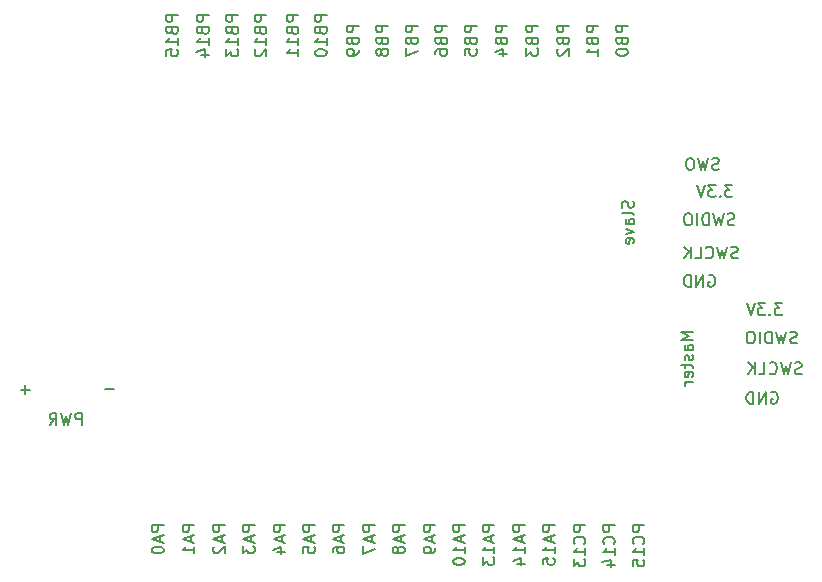
<source format=gbr>
%TF.GenerationSoftware,KiCad,Pcbnew,7.0.7-7.0.7~ubuntu22.04.1*%
%TF.CreationDate,2023-09-19T20:56:04+02:00*%
%TF.ProjectId,kicad103,6b696361-6431-4303-932e-6b696361645f,rev?*%
%TF.SameCoordinates,Original*%
%TF.FileFunction,Legend,Bot*%
%TF.FilePolarity,Positive*%
%FSLAX46Y46*%
G04 Gerber Fmt 4.6, Leading zero omitted, Abs format (unit mm)*
G04 Created by KiCad (PCBNEW 7.0.7-7.0.7~ubuntu22.04.1) date 2023-09-19 20:56:04*
%MOMM*%
%LPD*%
G01*
G04 APERTURE LIST*
%ADD10C,0.200000*%
G04 APERTURE END LIST*
D10*
X71867219Y-89569673D02*
X70867219Y-89569673D01*
X70867219Y-89569673D02*
X70867219Y-89950625D01*
X70867219Y-89950625D02*
X70914838Y-90045863D01*
X70914838Y-90045863D02*
X70962457Y-90093482D01*
X70962457Y-90093482D02*
X71057695Y-90141101D01*
X71057695Y-90141101D02*
X71200552Y-90141101D01*
X71200552Y-90141101D02*
X71295790Y-90093482D01*
X71295790Y-90093482D02*
X71343409Y-90045863D01*
X71343409Y-90045863D02*
X71391028Y-89950625D01*
X71391028Y-89950625D02*
X71391028Y-89569673D01*
X71581504Y-90522054D02*
X71581504Y-90998244D01*
X71867219Y-90426816D02*
X70867219Y-90760149D01*
X70867219Y-90760149D02*
X71867219Y-91093482D01*
X70962457Y-91379197D02*
X70914838Y-91426816D01*
X70914838Y-91426816D02*
X70867219Y-91522054D01*
X70867219Y-91522054D02*
X70867219Y-91760149D01*
X70867219Y-91760149D02*
X70914838Y-91855387D01*
X70914838Y-91855387D02*
X70962457Y-91903006D01*
X70962457Y-91903006D02*
X71057695Y-91950625D01*
X71057695Y-91950625D02*
X71152933Y-91950625D01*
X71152933Y-91950625D02*
X71295790Y-91903006D01*
X71295790Y-91903006D02*
X71867219Y-91331578D01*
X71867219Y-91331578D02*
X71867219Y-91950625D01*
X112806517Y-68414838D02*
X112901755Y-68367219D01*
X112901755Y-68367219D02*
X113044612Y-68367219D01*
X113044612Y-68367219D02*
X113187469Y-68414838D01*
X113187469Y-68414838D02*
X113282707Y-68510076D01*
X113282707Y-68510076D02*
X113330326Y-68605314D01*
X113330326Y-68605314D02*
X113377945Y-68795790D01*
X113377945Y-68795790D02*
X113377945Y-68938647D01*
X113377945Y-68938647D02*
X113330326Y-69129123D01*
X113330326Y-69129123D02*
X113282707Y-69224361D01*
X113282707Y-69224361D02*
X113187469Y-69319600D01*
X113187469Y-69319600D02*
X113044612Y-69367219D01*
X113044612Y-69367219D02*
X112949374Y-69367219D01*
X112949374Y-69367219D02*
X112806517Y-69319600D01*
X112806517Y-69319600D02*
X112758898Y-69271980D01*
X112758898Y-69271980D02*
X112758898Y-68938647D01*
X112758898Y-68938647D02*
X112949374Y-68938647D01*
X112330326Y-69367219D02*
X112330326Y-68367219D01*
X112330326Y-68367219D02*
X111758898Y-69367219D01*
X111758898Y-69367219D02*
X111758898Y-68367219D01*
X111282707Y-69367219D02*
X111282707Y-68367219D01*
X111282707Y-68367219D02*
X111044612Y-68367219D01*
X111044612Y-68367219D02*
X110901755Y-68414838D01*
X110901755Y-68414838D02*
X110806517Y-68510076D01*
X110806517Y-68510076D02*
X110758898Y-68605314D01*
X110758898Y-68605314D02*
X110711279Y-68795790D01*
X110711279Y-68795790D02*
X110711279Y-68938647D01*
X110711279Y-68938647D02*
X110758898Y-69129123D01*
X110758898Y-69129123D02*
X110806517Y-69224361D01*
X110806517Y-69224361D02*
X110901755Y-69319600D01*
X110901755Y-69319600D02*
X111044612Y-69367219D01*
X111044612Y-69367219D02*
X111282707Y-69367219D01*
X115277945Y-66919600D02*
X115135088Y-66967219D01*
X115135088Y-66967219D02*
X114896993Y-66967219D01*
X114896993Y-66967219D02*
X114801755Y-66919600D01*
X114801755Y-66919600D02*
X114754136Y-66871980D01*
X114754136Y-66871980D02*
X114706517Y-66776742D01*
X114706517Y-66776742D02*
X114706517Y-66681504D01*
X114706517Y-66681504D02*
X114754136Y-66586266D01*
X114754136Y-66586266D02*
X114801755Y-66538647D01*
X114801755Y-66538647D02*
X114896993Y-66491028D01*
X114896993Y-66491028D02*
X115087469Y-66443409D01*
X115087469Y-66443409D02*
X115182707Y-66395790D01*
X115182707Y-66395790D02*
X115230326Y-66348171D01*
X115230326Y-66348171D02*
X115277945Y-66252933D01*
X115277945Y-66252933D02*
X115277945Y-66157695D01*
X115277945Y-66157695D02*
X115230326Y-66062457D01*
X115230326Y-66062457D02*
X115182707Y-66014838D01*
X115182707Y-66014838D02*
X115087469Y-65967219D01*
X115087469Y-65967219D02*
X114849374Y-65967219D01*
X114849374Y-65967219D02*
X114706517Y-66014838D01*
X114373183Y-65967219D02*
X114135088Y-66967219D01*
X114135088Y-66967219D02*
X113944612Y-66252933D01*
X113944612Y-66252933D02*
X113754136Y-66967219D01*
X113754136Y-66967219D02*
X113516041Y-65967219D01*
X112563660Y-66871980D02*
X112611279Y-66919600D01*
X112611279Y-66919600D02*
X112754136Y-66967219D01*
X112754136Y-66967219D02*
X112849374Y-66967219D01*
X112849374Y-66967219D02*
X112992231Y-66919600D01*
X112992231Y-66919600D02*
X113087469Y-66824361D01*
X113087469Y-66824361D02*
X113135088Y-66729123D01*
X113135088Y-66729123D02*
X113182707Y-66538647D01*
X113182707Y-66538647D02*
X113182707Y-66395790D01*
X113182707Y-66395790D02*
X113135088Y-66205314D01*
X113135088Y-66205314D02*
X113087469Y-66110076D01*
X113087469Y-66110076D02*
X112992231Y-66014838D01*
X112992231Y-66014838D02*
X112849374Y-65967219D01*
X112849374Y-65967219D02*
X112754136Y-65967219D01*
X112754136Y-65967219D02*
X112611279Y-66014838D01*
X112611279Y-66014838D02*
X112563660Y-66062457D01*
X111658898Y-66967219D02*
X112135088Y-66967219D01*
X112135088Y-66967219D02*
X112135088Y-65967219D01*
X111325564Y-66967219D02*
X111325564Y-65967219D01*
X110754136Y-66967219D02*
X111182707Y-66395790D01*
X110754136Y-65967219D02*
X111325564Y-66538647D01*
X111467219Y-73169673D02*
X110467219Y-73169673D01*
X110467219Y-73169673D02*
X111181504Y-73503006D01*
X111181504Y-73503006D02*
X110467219Y-73836339D01*
X110467219Y-73836339D02*
X111467219Y-73836339D01*
X111467219Y-74741101D02*
X110943409Y-74741101D01*
X110943409Y-74741101D02*
X110848171Y-74693482D01*
X110848171Y-74693482D02*
X110800552Y-74598244D01*
X110800552Y-74598244D02*
X110800552Y-74407768D01*
X110800552Y-74407768D02*
X110848171Y-74312530D01*
X111419600Y-74741101D02*
X111467219Y-74645863D01*
X111467219Y-74645863D02*
X111467219Y-74407768D01*
X111467219Y-74407768D02*
X111419600Y-74312530D01*
X111419600Y-74312530D02*
X111324361Y-74264911D01*
X111324361Y-74264911D02*
X111229123Y-74264911D01*
X111229123Y-74264911D02*
X111133885Y-74312530D01*
X111133885Y-74312530D02*
X111086266Y-74407768D01*
X111086266Y-74407768D02*
X111086266Y-74645863D01*
X111086266Y-74645863D02*
X111038647Y-74741101D01*
X111419600Y-75169673D02*
X111467219Y-75264911D01*
X111467219Y-75264911D02*
X111467219Y-75455387D01*
X111467219Y-75455387D02*
X111419600Y-75550625D01*
X111419600Y-75550625D02*
X111324361Y-75598244D01*
X111324361Y-75598244D02*
X111276742Y-75598244D01*
X111276742Y-75598244D02*
X111181504Y-75550625D01*
X111181504Y-75550625D02*
X111133885Y-75455387D01*
X111133885Y-75455387D02*
X111133885Y-75312530D01*
X111133885Y-75312530D02*
X111086266Y-75217292D01*
X111086266Y-75217292D02*
X110991028Y-75169673D01*
X110991028Y-75169673D02*
X110943409Y-75169673D01*
X110943409Y-75169673D02*
X110848171Y-75217292D01*
X110848171Y-75217292D02*
X110800552Y-75312530D01*
X110800552Y-75312530D02*
X110800552Y-75455387D01*
X110800552Y-75455387D02*
X110848171Y-75550625D01*
X110800552Y-75883959D02*
X110800552Y-76264911D01*
X110467219Y-76026816D02*
X111324361Y-76026816D01*
X111324361Y-76026816D02*
X111419600Y-76074435D01*
X111419600Y-76074435D02*
X111467219Y-76169673D01*
X111467219Y-76169673D02*
X111467219Y-76264911D01*
X111419600Y-76979197D02*
X111467219Y-76883959D01*
X111467219Y-76883959D02*
X111467219Y-76693483D01*
X111467219Y-76693483D02*
X111419600Y-76598245D01*
X111419600Y-76598245D02*
X111324361Y-76550626D01*
X111324361Y-76550626D02*
X110943409Y-76550626D01*
X110943409Y-76550626D02*
X110848171Y-76598245D01*
X110848171Y-76598245D02*
X110800552Y-76693483D01*
X110800552Y-76693483D02*
X110800552Y-76883959D01*
X110800552Y-76883959D02*
X110848171Y-76979197D01*
X110848171Y-76979197D02*
X110943409Y-77026816D01*
X110943409Y-77026816D02*
X111038647Y-77026816D01*
X111038647Y-77026816D02*
X111133885Y-76550626D01*
X111467219Y-77455388D02*
X110800552Y-77455388D01*
X110991028Y-77455388D02*
X110895790Y-77503007D01*
X110895790Y-77503007D02*
X110848171Y-77550626D01*
X110848171Y-77550626D02*
X110800552Y-77645864D01*
X110800552Y-77645864D02*
X110800552Y-77741102D01*
X97267219Y-89569673D02*
X96267219Y-89569673D01*
X96267219Y-89569673D02*
X96267219Y-89950625D01*
X96267219Y-89950625D02*
X96314838Y-90045863D01*
X96314838Y-90045863D02*
X96362457Y-90093482D01*
X96362457Y-90093482D02*
X96457695Y-90141101D01*
X96457695Y-90141101D02*
X96600552Y-90141101D01*
X96600552Y-90141101D02*
X96695790Y-90093482D01*
X96695790Y-90093482D02*
X96743409Y-90045863D01*
X96743409Y-90045863D02*
X96791028Y-89950625D01*
X96791028Y-89950625D02*
X96791028Y-89569673D01*
X96981504Y-90522054D02*
X96981504Y-90998244D01*
X97267219Y-90426816D02*
X96267219Y-90760149D01*
X96267219Y-90760149D02*
X97267219Y-91093482D01*
X97267219Y-91950625D02*
X97267219Y-91379197D01*
X97267219Y-91664911D02*
X96267219Y-91664911D01*
X96267219Y-91664911D02*
X96410076Y-91569673D01*
X96410076Y-91569673D02*
X96505314Y-91474435D01*
X96505314Y-91474435D02*
X96552933Y-91379197D01*
X96600552Y-92807768D02*
X97267219Y-92807768D01*
X96219600Y-92569673D02*
X96933885Y-92331578D01*
X96933885Y-92331578D02*
X96933885Y-92950625D01*
X89667219Y-89569673D02*
X88667219Y-89569673D01*
X88667219Y-89569673D02*
X88667219Y-89950625D01*
X88667219Y-89950625D02*
X88714838Y-90045863D01*
X88714838Y-90045863D02*
X88762457Y-90093482D01*
X88762457Y-90093482D02*
X88857695Y-90141101D01*
X88857695Y-90141101D02*
X89000552Y-90141101D01*
X89000552Y-90141101D02*
X89095790Y-90093482D01*
X89095790Y-90093482D02*
X89143409Y-90045863D01*
X89143409Y-90045863D02*
X89191028Y-89950625D01*
X89191028Y-89950625D02*
X89191028Y-89569673D01*
X89381504Y-90522054D02*
X89381504Y-90998244D01*
X89667219Y-90426816D02*
X88667219Y-90760149D01*
X88667219Y-90760149D02*
X89667219Y-91093482D01*
X89667219Y-91474435D02*
X89667219Y-91664911D01*
X89667219Y-91664911D02*
X89619600Y-91760149D01*
X89619600Y-91760149D02*
X89571980Y-91807768D01*
X89571980Y-91807768D02*
X89429123Y-91903006D01*
X89429123Y-91903006D02*
X89238647Y-91950625D01*
X89238647Y-91950625D02*
X88857695Y-91950625D01*
X88857695Y-91950625D02*
X88762457Y-91903006D01*
X88762457Y-91903006D02*
X88714838Y-91855387D01*
X88714838Y-91855387D02*
X88667219Y-91760149D01*
X88667219Y-91760149D02*
X88667219Y-91569673D01*
X88667219Y-91569673D02*
X88714838Y-91474435D01*
X88714838Y-91474435D02*
X88762457Y-91426816D01*
X88762457Y-91426816D02*
X88857695Y-91379197D01*
X88857695Y-91379197D02*
X89095790Y-91379197D01*
X89095790Y-91379197D02*
X89191028Y-91426816D01*
X89191028Y-91426816D02*
X89238647Y-91474435D01*
X89238647Y-91474435D02*
X89286266Y-91569673D01*
X89286266Y-91569673D02*
X89286266Y-91760149D01*
X89286266Y-91760149D02*
X89238647Y-91855387D01*
X89238647Y-91855387D02*
X89191028Y-91903006D01*
X89191028Y-91903006D02*
X89095790Y-91950625D01*
X93167219Y-47269673D02*
X92167219Y-47269673D01*
X92167219Y-47269673D02*
X92167219Y-47650625D01*
X92167219Y-47650625D02*
X92214838Y-47745863D01*
X92214838Y-47745863D02*
X92262457Y-47793482D01*
X92262457Y-47793482D02*
X92357695Y-47841101D01*
X92357695Y-47841101D02*
X92500552Y-47841101D01*
X92500552Y-47841101D02*
X92595790Y-47793482D01*
X92595790Y-47793482D02*
X92643409Y-47745863D01*
X92643409Y-47745863D02*
X92691028Y-47650625D01*
X92691028Y-47650625D02*
X92691028Y-47269673D01*
X92643409Y-48603006D02*
X92691028Y-48745863D01*
X92691028Y-48745863D02*
X92738647Y-48793482D01*
X92738647Y-48793482D02*
X92833885Y-48841101D01*
X92833885Y-48841101D02*
X92976742Y-48841101D01*
X92976742Y-48841101D02*
X93071980Y-48793482D01*
X93071980Y-48793482D02*
X93119600Y-48745863D01*
X93119600Y-48745863D02*
X93167219Y-48650625D01*
X93167219Y-48650625D02*
X93167219Y-48269673D01*
X93167219Y-48269673D02*
X92167219Y-48269673D01*
X92167219Y-48269673D02*
X92167219Y-48603006D01*
X92167219Y-48603006D02*
X92214838Y-48698244D01*
X92214838Y-48698244D02*
X92262457Y-48745863D01*
X92262457Y-48745863D02*
X92357695Y-48793482D01*
X92357695Y-48793482D02*
X92452933Y-48793482D01*
X92452933Y-48793482D02*
X92548171Y-48745863D01*
X92548171Y-48745863D02*
X92595790Y-48698244D01*
X92595790Y-48698244D02*
X92643409Y-48603006D01*
X92643409Y-48603006D02*
X92643409Y-48269673D01*
X92167219Y-49745863D02*
X92167219Y-49269673D01*
X92167219Y-49269673D02*
X92643409Y-49222054D01*
X92643409Y-49222054D02*
X92595790Y-49269673D01*
X92595790Y-49269673D02*
X92548171Y-49364911D01*
X92548171Y-49364911D02*
X92548171Y-49603006D01*
X92548171Y-49603006D02*
X92595790Y-49698244D01*
X92595790Y-49698244D02*
X92643409Y-49745863D01*
X92643409Y-49745863D02*
X92738647Y-49793482D01*
X92738647Y-49793482D02*
X92976742Y-49793482D01*
X92976742Y-49793482D02*
X93071980Y-49745863D01*
X93071980Y-49745863D02*
X93119600Y-49698244D01*
X93119600Y-49698244D02*
X93167219Y-49603006D01*
X93167219Y-49603006D02*
X93167219Y-49364911D01*
X93167219Y-49364911D02*
X93119600Y-49269673D01*
X93119600Y-49269673D02*
X93071980Y-49222054D01*
X76967219Y-89569673D02*
X75967219Y-89569673D01*
X75967219Y-89569673D02*
X75967219Y-89950625D01*
X75967219Y-89950625D02*
X76014838Y-90045863D01*
X76014838Y-90045863D02*
X76062457Y-90093482D01*
X76062457Y-90093482D02*
X76157695Y-90141101D01*
X76157695Y-90141101D02*
X76300552Y-90141101D01*
X76300552Y-90141101D02*
X76395790Y-90093482D01*
X76395790Y-90093482D02*
X76443409Y-90045863D01*
X76443409Y-90045863D02*
X76491028Y-89950625D01*
X76491028Y-89950625D02*
X76491028Y-89569673D01*
X76681504Y-90522054D02*
X76681504Y-90998244D01*
X76967219Y-90426816D02*
X75967219Y-90760149D01*
X75967219Y-90760149D02*
X76967219Y-91093482D01*
X76300552Y-91855387D02*
X76967219Y-91855387D01*
X75919600Y-91617292D02*
X76633885Y-91379197D01*
X76633885Y-91379197D02*
X76633885Y-91998244D01*
X59730326Y-81067219D02*
X59730326Y-80067219D01*
X59730326Y-80067219D02*
X59349374Y-80067219D01*
X59349374Y-80067219D02*
X59254136Y-80114838D01*
X59254136Y-80114838D02*
X59206517Y-80162457D01*
X59206517Y-80162457D02*
X59158898Y-80257695D01*
X59158898Y-80257695D02*
X59158898Y-80400552D01*
X59158898Y-80400552D02*
X59206517Y-80495790D01*
X59206517Y-80495790D02*
X59254136Y-80543409D01*
X59254136Y-80543409D02*
X59349374Y-80591028D01*
X59349374Y-80591028D02*
X59730326Y-80591028D01*
X58825564Y-80067219D02*
X58587469Y-81067219D01*
X58587469Y-81067219D02*
X58396993Y-80352933D01*
X58396993Y-80352933D02*
X58206517Y-81067219D01*
X58206517Y-81067219D02*
X57968422Y-80067219D01*
X57016041Y-81067219D02*
X57349374Y-80591028D01*
X57587469Y-81067219D02*
X57587469Y-80067219D01*
X57587469Y-80067219D02*
X57206517Y-80067219D01*
X57206517Y-80067219D02*
X57111279Y-80114838D01*
X57111279Y-80114838D02*
X57063660Y-80162457D01*
X57063660Y-80162457D02*
X57016041Y-80257695D01*
X57016041Y-80257695D02*
X57016041Y-80400552D01*
X57016041Y-80400552D02*
X57063660Y-80495790D01*
X57063660Y-80495790D02*
X57111279Y-80543409D01*
X57111279Y-80543409D02*
X57206517Y-80591028D01*
X57206517Y-80591028D02*
X57587469Y-80591028D01*
X100967219Y-47269673D02*
X99967219Y-47269673D01*
X99967219Y-47269673D02*
X99967219Y-47650625D01*
X99967219Y-47650625D02*
X100014838Y-47745863D01*
X100014838Y-47745863D02*
X100062457Y-47793482D01*
X100062457Y-47793482D02*
X100157695Y-47841101D01*
X100157695Y-47841101D02*
X100300552Y-47841101D01*
X100300552Y-47841101D02*
X100395790Y-47793482D01*
X100395790Y-47793482D02*
X100443409Y-47745863D01*
X100443409Y-47745863D02*
X100491028Y-47650625D01*
X100491028Y-47650625D02*
X100491028Y-47269673D01*
X100443409Y-48603006D02*
X100491028Y-48745863D01*
X100491028Y-48745863D02*
X100538647Y-48793482D01*
X100538647Y-48793482D02*
X100633885Y-48841101D01*
X100633885Y-48841101D02*
X100776742Y-48841101D01*
X100776742Y-48841101D02*
X100871980Y-48793482D01*
X100871980Y-48793482D02*
X100919600Y-48745863D01*
X100919600Y-48745863D02*
X100967219Y-48650625D01*
X100967219Y-48650625D02*
X100967219Y-48269673D01*
X100967219Y-48269673D02*
X99967219Y-48269673D01*
X99967219Y-48269673D02*
X99967219Y-48603006D01*
X99967219Y-48603006D02*
X100014838Y-48698244D01*
X100014838Y-48698244D02*
X100062457Y-48745863D01*
X100062457Y-48745863D02*
X100157695Y-48793482D01*
X100157695Y-48793482D02*
X100252933Y-48793482D01*
X100252933Y-48793482D02*
X100348171Y-48745863D01*
X100348171Y-48745863D02*
X100395790Y-48698244D01*
X100395790Y-48698244D02*
X100443409Y-48603006D01*
X100443409Y-48603006D02*
X100443409Y-48269673D01*
X100062457Y-49222054D02*
X100014838Y-49269673D01*
X100014838Y-49269673D02*
X99967219Y-49364911D01*
X99967219Y-49364911D02*
X99967219Y-49603006D01*
X99967219Y-49603006D02*
X100014838Y-49698244D01*
X100014838Y-49698244D02*
X100062457Y-49745863D01*
X100062457Y-49745863D02*
X100157695Y-49793482D01*
X100157695Y-49793482D02*
X100252933Y-49793482D01*
X100252933Y-49793482D02*
X100395790Y-49745863D01*
X100395790Y-49745863D02*
X100967219Y-49174435D01*
X100967219Y-49174435D02*
X100967219Y-49793482D01*
X94667219Y-89569673D02*
X93667219Y-89569673D01*
X93667219Y-89569673D02*
X93667219Y-89950625D01*
X93667219Y-89950625D02*
X93714838Y-90045863D01*
X93714838Y-90045863D02*
X93762457Y-90093482D01*
X93762457Y-90093482D02*
X93857695Y-90141101D01*
X93857695Y-90141101D02*
X94000552Y-90141101D01*
X94000552Y-90141101D02*
X94095790Y-90093482D01*
X94095790Y-90093482D02*
X94143409Y-90045863D01*
X94143409Y-90045863D02*
X94191028Y-89950625D01*
X94191028Y-89950625D02*
X94191028Y-89569673D01*
X94381504Y-90522054D02*
X94381504Y-90998244D01*
X94667219Y-90426816D02*
X93667219Y-90760149D01*
X93667219Y-90760149D02*
X94667219Y-91093482D01*
X94667219Y-91950625D02*
X94667219Y-91379197D01*
X94667219Y-91664911D02*
X93667219Y-91664911D01*
X93667219Y-91664911D02*
X93810076Y-91569673D01*
X93810076Y-91569673D02*
X93905314Y-91474435D01*
X93905314Y-91474435D02*
X93952933Y-91379197D01*
X93667219Y-92283959D02*
X93667219Y-92903006D01*
X93667219Y-92903006D02*
X94048171Y-92569673D01*
X94048171Y-92569673D02*
X94048171Y-92712530D01*
X94048171Y-92712530D02*
X94095790Y-92807768D01*
X94095790Y-92807768D02*
X94143409Y-92855387D01*
X94143409Y-92855387D02*
X94238647Y-92903006D01*
X94238647Y-92903006D02*
X94476742Y-92903006D01*
X94476742Y-92903006D02*
X94571980Y-92855387D01*
X94571980Y-92855387D02*
X94619600Y-92807768D01*
X94619600Y-92807768D02*
X94667219Y-92712530D01*
X94667219Y-92712530D02*
X94667219Y-92426816D01*
X94667219Y-92426816D02*
X94619600Y-92331578D01*
X94619600Y-92331578D02*
X94571980Y-92283959D01*
X90667219Y-47269673D02*
X89667219Y-47269673D01*
X89667219Y-47269673D02*
X89667219Y-47650625D01*
X89667219Y-47650625D02*
X89714838Y-47745863D01*
X89714838Y-47745863D02*
X89762457Y-47793482D01*
X89762457Y-47793482D02*
X89857695Y-47841101D01*
X89857695Y-47841101D02*
X90000552Y-47841101D01*
X90000552Y-47841101D02*
X90095790Y-47793482D01*
X90095790Y-47793482D02*
X90143409Y-47745863D01*
X90143409Y-47745863D02*
X90191028Y-47650625D01*
X90191028Y-47650625D02*
X90191028Y-47269673D01*
X90143409Y-48603006D02*
X90191028Y-48745863D01*
X90191028Y-48745863D02*
X90238647Y-48793482D01*
X90238647Y-48793482D02*
X90333885Y-48841101D01*
X90333885Y-48841101D02*
X90476742Y-48841101D01*
X90476742Y-48841101D02*
X90571980Y-48793482D01*
X90571980Y-48793482D02*
X90619600Y-48745863D01*
X90619600Y-48745863D02*
X90667219Y-48650625D01*
X90667219Y-48650625D02*
X90667219Y-48269673D01*
X90667219Y-48269673D02*
X89667219Y-48269673D01*
X89667219Y-48269673D02*
X89667219Y-48603006D01*
X89667219Y-48603006D02*
X89714838Y-48698244D01*
X89714838Y-48698244D02*
X89762457Y-48745863D01*
X89762457Y-48745863D02*
X89857695Y-48793482D01*
X89857695Y-48793482D02*
X89952933Y-48793482D01*
X89952933Y-48793482D02*
X90048171Y-48745863D01*
X90048171Y-48745863D02*
X90095790Y-48698244D01*
X90095790Y-48698244D02*
X90143409Y-48603006D01*
X90143409Y-48603006D02*
X90143409Y-48269673D01*
X89667219Y-49698244D02*
X89667219Y-49507768D01*
X89667219Y-49507768D02*
X89714838Y-49412530D01*
X89714838Y-49412530D02*
X89762457Y-49364911D01*
X89762457Y-49364911D02*
X89905314Y-49269673D01*
X89905314Y-49269673D02*
X90095790Y-49222054D01*
X90095790Y-49222054D02*
X90476742Y-49222054D01*
X90476742Y-49222054D02*
X90571980Y-49269673D01*
X90571980Y-49269673D02*
X90619600Y-49317292D01*
X90619600Y-49317292D02*
X90667219Y-49412530D01*
X90667219Y-49412530D02*
X90667219Y-49603006D01*
X90667219Y-49603006D02*
X90619600Y-49698244D01*
X90619600Y-49698244D02*
X90571980Y-49745863D01*
X90571980Y-49745863D02*
X90476742Y-49793482D01*
X90476742Y-49793482D02*
X90238647Y-49793482D01*
X90238647Y-49793482D02*
X90143409Y-49745863D01*
X90143409Y-49745863D02*
X90095790Y-49698244D01*
X90095790Y-49698244D02*
X90048171Y-49603006D01*
X90048171Y-49603006D02*
X90048171Y-49412530D01*
X90048171Y-49412530D02*
X90095790Y-49317292D01*
X90095790Y-49317292D02*
X90143409Y-49269673D01*
X90143409Y-49269673D02*
X90238647Y-49222054D01*
X92167219Y-89569673D02*
X91167219Y-89569673D01*
X91167219Y-89569673D02*
X91167219Y-89950625D01*
X91167219Y-89950625D02*
X91214838Y-90045863D01*
X91214838Y-90045863D02*
X91262457Y-90093482D01*
X91262457Y-90093482D02*
X91357695Y-90141101D01*
X91357695Y-90141101D02*
X91500552Y-90141101D01*
X91500552Y-90141101D02*
X91595790Y-90093482D01*
X91595790Y-90093482D02*
X91643409Y-90045863D01*
X91643409Y-90045863D02*
X91691028Y-89950625D01*
X91691028Y-89950625D02*
X91691028Y-89569673D01*
X91881504Y-90522054D02*
X91881504Y-90998244D01*
X92167219Y-90426816D02*
X91167219Y-90760149D01*
X91167219Y-90760149D02*
X92167219Y-91093482D01*
X92167219Y-91950625D02*
X92167219Y-91379197D01*
X92167219Y-91664911D02*
X91167219Y-91664911D01*
X91167219Y-91664911D02*
X91310076Y-91569673D01*
X91310076Y-91569673D02*
X91405314Y-91474435D01*
X91405314Y-91474435D02*
X91452933Y-91379197D01*
X91167219Y-92569673D02*
X91167219Y-92664911D01*
X91167219Y-92664911D02*
X91214838Y-92760149D01*
X91214838Y-92760149D02*
X91262457Y-92807768D01*
X91262457Y-92807768D02*
X91357695Y-92855387D01*
X91357695Y-92855387D02*
X91548171Y-92903006D01*
X91548171Y-92903006D02*
X91786266Y-92903006D01*
X91786266Y-92903006D02*
X91976742Y-92855387D01*
X91976742Y-92855387D02*
X92071980Y-92807768D01*
X92071980Y-92807768D02*
X92119600Y-92760149D01*
X92119600Y-92760149D02*
X92167219Y-92664911D01*
X92167219Y-92664911D02*
X92167219Y-92569673D01*
X92167219Y-92569673D02*
X92119600Y-92474435D01*
X92119600Y-92474435D02*
X92071980Y-92426816D01*
X92071980Y-92426816D02*
X91976742Y-92379197D01*
X91976742Y-92379197D02*
X91786266Y-92331578D01*
X91786266Y-92331578D02*
X91548171Y-92331578D01*
X91548171Y-92331578D02*
X91357695Y-92379197D01*
X91357695Y-92379197D02*
X91262457Y-92426816D01*
X91262457Y-92426816D02*
X91214838Y-92474435D01*
X91214838Y-92474435D02*
X91167219Y-92569673D01*
X114977945Y-64119600D02*
X114835088Y-64167219D01*
X114835088Y-64167219D02*
X114596993Y-64167219D01*
X114596993Y-64167219D02*
X114501755Y-64119600D01*
X114501755Y-64119600D02*
X114454136Y-64071980D01*
X114454136Y-64071980D02*
X114406517Y-63976742D01*
X114406517Y-63976742D02*
X114406517Y-63881504D01*
X114406517Y-63881504D02*
X114454136Y-63786266D01*
X114454136Y-63786266D02*
X114501755Y-63738647D01*
X114501755Y-63738647D02*
X114596993Y-63691028D01*
X114596993Y-63691028D02*
X114787469Y-63643409D01*
X114787469Y-63643409D02*
X114882707Y-63595790D01*
X114882707Y-63595790D02*
X114930326Y-63548171D01*
X114930326Y-63548171D02*
X114977945Y-63452933D01*
X114977945Y-63452933D02*
X114977945Y-63357695D01*
X114977945Y-63357695D02*
X114930326Y-63262457D01*
X114930326Y-63262457D02*
X114882707Y-63214838D01*
X114882707Y-63214838D02*
X114787469Y-63167219D01*
X114787469Y-63167219D02*
X114549374Y-63167219D01*
X114549374Y-63167219D02*
X114406517Y-63214838D01*
X114073183Y-63167219D02*
X113835088Y-64167219D01*
X113835088Y-64167219D02*
X113644612Y-63452933D01*
X113644612Y-63452933D02*
X113454136Y-64167219D01*
X113454136Y-64167219D02*
X113216041Y-63167219D01*
X112835088Y-64167219D02*
X112835088Y-63167219D01*
X112835088Y-63167219D02*
X112596993Y-63167219D01*
X112596993Y-63167219D02*
X112454136Y-63214838D01*
X112454136Y-63214838D02*
X112358898Y-63310076D01*
X112358898Y-63310076D02*
X112311279Y-63405314D01*
X112311279Y-63405314D02*
X112263660Y-63595790D01*
X112263660Y-63595790D02*
X112263660Y-63738647D01*
X112263660Y-63738647D02*
X112311279Y-63929123D01*
X112311279Y-63929123D02*
X112358898Y-64024361D01*
X112358898Y-64024361D02*
X112454136Y-64119600D01*
X112454136Y-64119600D02*
X112596993Y-64167219D01*
X112596993Y-64167219D02*
X112835088Y-64167219D01*
X111835088Y-64167219D02*
X111835088Y-63167219D01*
X111168422Y-63167219D02*
X110977946Y-63167219D01*
X110977946Y-63167219D02*
X110882708Y-63214838D01*
X110882708Y-63214838D02*
X110787470Y-63310076D01*
X110787470Y-63310076D02*
X110739851Y-63500552D01*
X110739851Y-63500552D02*
X110739851Y-63833885D01*
X110739851Y-63833885D02*
X110787470Y-64024361D01*
X110787470Y-64024361D02*
X110882708Y-64119600D01*
X110882708Y-64119600D02*
X110977946Y-64167219D01*
X110977946Y-64167219D02*
X111168422Y-64167219D01*
X111168422Y-64167219D02*
X111263660Y-64119600D01*
X111263660Y-64119600D02*
X111358898Y-64024361D01*
X111358898Y-64024361D02*
X111406517Y-63833885D01*
X111406517Y-63833885D02*
X111406517Y-63500552D01*
X111406517Y-63500552D02*
X111358898Y-63310076D01*
X111358898Y-63310076D02*
X111263660Y-63214838D01*
X111263660Y-63214838D02*
X111168422Y-63167219D01*
X98367219Y-47269673D02*
X97367219Y-47269673D01*
X97367219Y-47269673D02*
X97367219Y-47650625D01*
X97367219Y-47650625D02*
X97414838Y-47745863D01*
X97414838Y-47745863D02*
X97462457Y-47793482D01*
X97462457Y-47793482D02*
X97557695Y-47841101D01*
X97557695Y-47841101D02*
X97700552Y-47841101D01*
X97700552Y-47841101D02*
X97795790Y-47793482D01*
X97795790Y-47793482D02*
X97843409Y-47745863D01*
X97843409Y-47745863D02*
X97891028Y-47650625D01*
X97891028Y-47650625D02*
X97891028Y-47269673D01*
X97843409Y-48603006D02*
X97891028Y-48745863D01*
X97891028Y-48745863D02*
X97938647Y-48793482D01*
X97938647Y-48793482D02*
X98033885Y-48841101D01*
X98033885Y-48841101D02*
X98176742Y-48841101D01*
X98176742Y-48841101D02*
X98271980Y-48793482D01*
X98271980Y-48793482D02*
X98319600Y-48745863D01*
X98319600Y-48745863D02*
X98367219Y-48650625D01*
X98367219Y-48650625D02*
X98367219Y-48269673D01*
X98367219Y-48269673D02*
X97367219Y-48269673D01*
X97367219Y-48269673D02*
X97367219Y-48603006D01*
X97367219Y-48603006D02*
X97414838Y-48698244D01*
X97414838Y-48698244D02*
X97462457Y-48745863D01*
X97462457Y-48745863D02*
X97557695Y-48793482D01*
X97557695Y-48793482D02*
X97652933Y-48793482D01*
X97652933Y-48793482D02*
X97748171Y-48745863D01*
X97748171Y-48745863D02*
X97795790Y-48698244D01*
X97795790Y-48698244D02*
X97843409Y-48603006D01*
X97843409Y-48603006D02*
X97843409Y-48269673D01*
X97367219Y-49174435D02*
X97367219Y-49793482D01*
X97367219Y-49793482D02*
X97748171Y-49460149D01*
X97748171Y-49460149D02*
X97748171Y-49603006D01*
X97748171Y-49603006D02*
X97795790Y-49698244D01*
X97795790Y-49698244D02*
X97843409Y-49745863D01*
X97843409Y-49745863D02*
X97938647Y-49793482D01*
X97938647Y-49793482D02*
X98176742Y-49793482D01*
X98176742Y-49793482D02*
X98271980Y-49745863D01*
X98271980Y-49745863D02*
X98319600Y-49698244D01*
X98319600Y-49698244D02*
X98367219Y-49603006D01*
X98367219Y-49603006D02*
X98367219Y-49317292D01*
X98367219Y-49317292D02*
X98319600Y-49222054D01*
X98319600Y-49222054D02*
X98271980Y-49174435D01*
X105967219Y-47269673D02*
X104967219Y-47269673D01*
X104967219Y-47269673D02*
X104967219Y-47650625D01*
X104967219Y-47650625D02*
X105014838Y-47745863D01*
X105014838Y-47745863D02*
X105062457Y-47793482D01*
X105062457Y-47793482D02*
X105157695Y-47841101D01*
X105157695Y-47841101D02*
X105300552Y-47841101D01*
X105300552Y-47841101D02*
X105395790Y-47793482D01*
X105395790Y-47793482D02*
X105443409Y-47745863D01*
X105443409Y-47745863D02*
X105491028Y-47650625D01*
X105491028Y-47650625D02*
X105491028Y-47269673D01*
X105443409Y-48603006D02*
X105491028Y-48745863D01*
X105491028Y-48745863D02*
X105538647Y-48793482D01*
X105538647Y-48793482D02*
X105633885Y-48841101D01*
X105633885Y-48841101D02*
X105776742Y-48841101D01*
X105776742Y-48841101D02*
X105871980Y-48793482D01*
X105871980Y-48793482D02*
X105919600Y-48745863D01*
X105919600Y-48745863D02*
X105967219Y-48650625D01*
X105967219Y-48650625D02*
X105967219Y-48269673D01*
X105967219Y-48269673D02*
X104967219Y-48269673D01*
X104967219Y-48269673D02*
X104967219Y-48603006D01*
X104967219Y-48603006D02*
X105014838Y-48698244D01*
X105014838Y-48698244D02*
X105062457Y-48745863D01*
X105062457Y-48745863D02*
X105157695Y-48793482D01*
X105157695Y-48793482D02*
X105252933Y-48793482D01*
X105252933Y-48793482D02*
X105348171Y-48745863D01*
X105348171Y-48745863D02*
X105395790Y-48698244D01*
X105395790Y-48698244D02*
X105443409Y-48603006D01*
X105443409Y-48603006D02*
X105443409Y-48269673D01*
X104967219Y-49460149D02*
X104967219Y-49555387D01*
X104967219Y-49555387D02*
X105014838Y-49650625D01*
X105014838Y-49650625D02*
X105062457Y-49698244D01*
X105062457Y-49698244D02*
X105157695Y-49745863D01*
X105157695Y-49745863D02*
X105348171Y-49793482D01*
X105348171Y-49793482D02*
X105586266Y-49793482D01*
X105586266Y-49793482D02*
X105776742Y-49745863D01*
X105776742Y-49745863D02*
X105871980Y-49698244D01*
X105871980Y-49698244D02*
X105919600Y-49650625D01*
X105919600Y-49650625D02*
X105967219Y-49555387D01*
X105967219Y-49555387D02*
X105967219Y-49460149D01*
X105967219Y-49460149D02*
X105919600Y-49364911D01*
X105919600Y-49364911D02*
X105871980Y-49317292D01*
X105871980Y-49317292D02*
X105776742Y-49269673D01*
X105776742Y-49269673D02*
X105586266Y-49222054D01*
X105586266Y-49222054D02*
X105348171Y-49222054D01*
X105348171Y-49222054D02*
X105157695Y-49269673D01*
X105157695Y-49269673D02*
X105062457Y-49317292D01*
X105062457Y-49317292D02*
X105014838Y-49364911D01*
X105014838Y-49364911D02*
X104967219Y-49460149D01*
X118106517Y-78314838D02*
X118201755Y-78267219D01*
X118201755Y-78267219D02*
X118344612Y-78267219D01*
X118344612Y-78267219D02*
X118487469Y-78314838D01*
X118487469Y-78314838D02*
X118582707Y-78410076D01*
X118582707Y-78410076D02*
X118630326Y-78505314D01*
X118630326Y-78505314D02*
X118677945Y-78695790D01*
X118677945Y-78695790D02*
X118677945Y-78838647D01*
X118677945Y-78838647D02*
X118630326Y-79029123D01*
X118630326Y-79029123D02*
X118582707Y-79124361D01*
X118582707Y-79124361D02*
X118487469Y-79219600D01*
X118487469Y-79219600D02*
X118344612Y-79267219D01*
X118344612Y-79267219D02*
X118249374Y-79267219D01*
X118249374Y-79267219D02*
X118106517Y-79219600D01*
X118106517Y-79219600D02*
X118058898Y-79171980D01*
X118058898Y-79171980D02*
X118058898Y-78838647D01*
X118058898Y-78838647D02*
X118249374Y-78838647D01*
X117630326Y-79267219D02*
X117630326Y-78267219D01*
X117630326Y-78267219D02*
X117058898Y-79267219D01*
X117058898Y-79267219D02*
X117058898Y-78267219D01*
X116582707Y-79267219D02*
X116582707Y-78267219D01*
X116582707Y-78267219D02*
X116344612Y-78267219D01*
X116344612Y-78267219D02*
X116201755Y-78314838D01*
X116201755Y-78314838D02*
X116106517Y-78410076D01*
X116106517Y-78410076D02*
X116058898Y-78505314D01*
X116058898Y-78505314D02*
X116011279Y-78695790D01*
X116011279Y-78695790D02*
X116011279Y-78838647D01*
X116011279Y-78838647D02*
X116058898Y-79029123D01*
X116058898Y-79029123D02*
X116106517Y-79124361D01*
X116106517Y-79124361D02*
X116201755Y-79219600D01*
X116201755Y-79219600D02*
X116344612Y-79267219D01*
X116344612Y-79267219D02*
X116582707Y-79267219D01*
X80467219Y-46369673D02*
X79467219Y-46369673D01*
X79467219Y-46369673D02*
X79467219Y-46750625D01*
X79467219Y-46750625D02*
X79514838Y-46845863D01*
X79514838Y-46845863D02*
X79562457Y-46893482D01*
X79562457Y-46893482D02*
X79657695Y-46941101D01*
X79657695Y-46941101D02*
X79800552Y-46941101D01*
X79800552Y-46941101D02*
X79895790Y-46893482D01*
X79895790Y-46893482D02*
X79943409Y-46845863D01*
X79943409Y-46845863D02*
X79991028Y-46750625D01*
X79991028Y-46750625D02*
X79991028Y-46369673D01*
X79943409Y-47703006D02*
X79991028Y-47845863D01*
X79991028Y-47845863D02*
X80038647Y-47893482D01*
X80038647Y-47893482D02*
X80133885Y-47941101D01*
X80133885Y-47941101D02*
X80276742Y-47941101D01*
X80276742Y-47941101D02*
X80371980Y-47893482D01*
X80371980Y-47893482D02*
X80419600Y-47845863D01*
X80419600Y-47845863D02*
X80467219Y-47750625D01*
X80467219Y-47750625D02*
X80467219Y-47369673D01*
X80467219Y-47369673D02*
X79467219Y-47369673D01*
X79467219Y-47369673D02*
X79467219Y-47703006D01*
X79467219Y-47703006D02*
X79514838Y-47798244D01*
X79514838Y-47798244D02*
X79562457Y-47845863D01*
X79562457Y-47845863D02*
X79657695Y-47893482D01*
X79657695Y-47893482D02*
X79752933Y-47893482D01*
X79752933Y-47893482D02*
X79848171Y-47845863D01*
X79848171Y-47845863D02*
X79895790Y-47798244D01*
X79895790Y-47798244D02*
X79943409Y-47703006D01*
X79943409Y-47703006D02*
X79943409Y-47369673D01*
X80467219Y-48893482D02*
X80467219Y-48322054D01*
X80467219Y-48607768D02*
X79467219Y-48607768D01*
X79467219Y-48607768D02*
X79610076Y-48512530D01*
X79610076Y-48512530D02*
X79705314Y-48417292D01*
X79705314Y-48417292D02*
X79752933Y-48322054D01*
X79467219Y-49512530D02*
X79467219Y-49607768D01*
X79467219Y-49607768D02*
X79514838Y-49703006D01*
X79514838Y-49703006D02*
X79562457Y-49750625D01*
X79562457Y-49750625D02*
X79657695Y-49798244D01*
X79657695Y-49798244D02*
X79848171Y-49845863D01*
X79848171Y-49845863D02*
X80086266Y-49845863D01*
X80086266Y-49845863D02*
X80276742Y-49798244D01*
X80276742Y-49798244D02*
X80371980Y-49750625D01*
X80371980Y-49750625D02*
X80419600Y-49703006D01*
X80419600Y-49703006D02*
X80467219Y-49607768D01*
X80467219Y-49607768D02*
X80467219Y-49512530D01*
X80467219Y-49512530D02*
X80419600Y-49417292D01*
X80419600Y-49417292D02*
X80371980Y-49369673D01*
X80371980Y-49369673D02*
X80276742Y-49322054D01*
X80276742Y-49322054D02*
X80086266Y-49274435D01*
X80086266Y-49274435D02*
X79848171Y-49274435D01*
X79848171Y-49274435D02*
X79657695Y-49322054D01*
X79657695Y-49322054D02*
X79562457Y-49369673D01*
X79562457Y-49369673D02*
X79514838Y-49417292D01*
X79514838Y-49417292D02*
X79467219Y-49512530D01*
X99767219Y-89569673D02*
X98767219Y-89569673D01*
X98767219Y-89569673D02*
X98767219Y-89950625D01*
X98767219Y-89950625D02*
X98814838Y-90045863D01*
X98814838Y-90045863D02*
X98862457Y-90093482D01*
X98862457Y-90093482D02*
X98957695Y-90141101D01*
X98957695Y-90141101D02*
X99100552Y-90141101D01*
X99100552Y-90141101D02*
X99195790Y-90093482D01*
X99195790Y-90093482D02*
X99243409Y-90045863D01*
X99243409Y-90045863D02*
X99291028Y-89950625D01*
X99291028Y-89950625D02*
X99291028Y-89569673D01*
X99481504Y-90522054D02*
X99481504Y-90998244D01*
X99767219Y-90426816D02*
X98767219Y-90760149D01*
X98767219Y-90760149D02*
X99767219Y-91093482D01*
X99767219Y-91950625D02*
X99767219Y-91379197D01*
X99767219Y-91664911D02*
X98767219Y-91664911D01*
X98767219Y-91664911D02*
X98910076Y-91569673D01*
X98910076Y-91569673D02*
X99005314Y-91474435D01*
X99005314Y-91474435D02*
X99052933Y-91379197D01*
X98767219Y-92855387D02*
X98767219Y-92379197D01*
X98767219Y-92379197D02*
X99243409Y-92331578D01*
X99243409Y-92331578D02*
X99195790Y-92379197D01*
X99195790Y-92379197D02*
X99148171Y-92474435D01*
X99148171Y-92474435D02*
X99148171Y-92712530D01*
X99148171Y-92712530D02*
X99195790Y-92807768D01*
X99195790Y-92807768D02*
X99243409Y-92855387D01*
X99243409Y-92855387D02*
X99338647Y-92903006D01*
X99338647Y-92903006D02*
X99576742Y-92903006D01*
X99576742Y-92903006D02*
X99671980Y-92855387D01*
X99671980Y-92855387D02*
X99719600Y-92807768D01*
X99719600Y-92807768D02*
X99767219Y-92712530D01*
X99767219Y-92712530D02*
X99767219Y-92474435D01*
X99767219Y-92474435D02*
X99719600Y-92379197D01*
X99719600Y-92379197D02*
X99671980Y-92331578D01*
X81967219Y-89569673D02*
X80967219Y-89569673D01*
X80967219Y-89569673D02*
X80967219Y-89950625D01*
X80967219Y-89950625D02*
X81014838Y-90045863D01*
X81014838Y-90045863D02*
X81062457Y-90093482D01*
X81062457Y-90093482D02*
X81157695Y-90141101D01*
X81157695Y-90141101D02*
X81300552Y-90141101D01*
X81300552Y-90141101D02*
X81395790Y-90093482D01*
X81395790Y-90093482D02*
X81443409Y-90045863D01*
X81443409Y-90045863D02*
X81491028Y-89950625D01*
X81491028Y-89950625D02*
X81491028Y-89569673D01*
X81681504Y-90522054D02*
X81681504Y-90998244D01*
X81967219Y-90426816D02*
X80967219Y-90760149D01*
X80967219Y-90760149D02*
X81967219Y-91093482D01*
X80967219Y-91855387D02*
X80967219Y-91664911D01*
X80967219Y-91664911D02*
X81014838Y-91569673D01*
X81014838Y-91569673D02*
X81062457Y-91522054D01*
X81062457Y-91522054D02*
X81205314Y-91426816D01*
X81205314Y-91426816D02*
X81395790Y-91379197D01*
X81395790Y-91379197D02*
X81776742Y-91379197D01*
X81776742Y-91379197D02*
X81871980Y-91426816D01*
X81871980Y-91426816D02*
X81919600Y-91474435D01*
X81919600Y-91474435D02*
X81967219Y-91569673D01*
X81967219Y-91569673D02*
X81967219Y-91760149D01*
X81967219Y-91760149D02*
X81919600Y-91855387D01*
X81919600Y-91855387D02*
X81871980Y-91903006D01*
X81871980Y-91903006D02*
X81776742Y-91950625D01*
X81776742Y-91950625D02*
X81538647Y-91950625D01*
X81538647Y-91950625D02*
X81443409Y-91903006D01*
X81443409Y-91903006D02*
X81395790Y-91855387D01*
X81395790Y-91855387D02*
X81348171Y-91760149D01*
X81348171Y-91760149D02*
X81348171Y-91569673D01*
X81348171Y-91569673D02*
X81395790Y-91474435D01*
X81395790Y-91474435D02*
X81443409Y-91426816D01*
X81443409Y-91426816D02*
X81538647Y-91379197D01*
X70467219Y-46369673D02*
X69467219Y-46369673D01*
X69467219Y-46369673D02*
X69467219Y-46750625D01*
X69467219Y-46750625D02*
X69514838Y-46845863D01*
X69514838Y-46845863D02*
X69562457Y-46893482D01*
X69562457Y-46893482D02*
X69657695Y-46941101D01*
X69657695Y-46941101D02*
X69800552Y-46941101D01*
X69800552Y-46941101D02*
X69895790Y-46893482D01*
X69895790Y-46893482D02*
X69943409Y-46845863D01*
X69943409Y-46845863D02*
X69991028Y-46750625D01*
X69991028Y-46750625D02*
X69991028Y-46369673D01*
X69943409Y-47703006D02*
X69991028Y-47845863D01*
X69991028Y-47845863D02*
X70038647Y-47893482D01*
X70038647Y-47893482D02*
X70133885Y-47941101D01*
X70133885Y-47941101D02*
X70276742Y-47941101D01*
X70276742Y-47941101D02*
X70371980Y-47893482D01*
X70371980Y-47893482D02*
X70419600Y-47845863D01*
X70419600Y-47845863D02*
X70467219Y-47750625D01*
X70467219Y-47750625D02*
X70467219Y-47369673D01*
X70467219Y-47369673D02*
X69467219Y-47369673D01*
X69467219Y-47369673D02*
X69467219Y-47703006D01*
X69467219Y-47703006D02*
X69514838Y-47798244D01*
X69514838Y-47798244D02*
X69562457Y-47845863D01*
X69562457Y-47845863D02*
X69657695Y-47893482D01*
X69657695Y-47893482D02*
X69752933Y-47893482D01*
X69752933Y-47893482D02*
X69848171Y-47845863D01*
X69848171Y-47845863D02*
X69895790Y-47798244D01*
X69895790Y-47798244D02*
X69943409Y-47703006D01*
X69943409Y-47703006D02*
X69943409Y-47369673D01*
X70467219Y-48893482D02*
X70467219Y-48322054D01*
X70467219Y-48607768D02*
X69467219Y-48607768D01*
X69467219Y-48607768D02*
X69610076Y-48512530D01*
X69610076Y-48512530D02*
X69705314Y-48417292D01*
X69705314Y-48417292D02*
X69752933Y-48322054D01*
X69800552Y-49750625D02*
X70467219Y-49750625D01*
X69419600Y-49512530D02*
X70133885Y-49274435D01*
X70133885Y-49274435D02*
X70133885Y-49893482D01*
X83167219Y-47269673D02*
X82167219Y-47269673D01*
X82167219Y-47269673D02*
X82167219Y-47650625D01*
X82167219Y-47650625D02*
X82214838Y-47745863D01*
X82214838Y-47745863D02*
X82262457Y-47793482D01*
X82262457Y-47793482D02*
X82357695Y-47841101D01*
X82357695Y-47841101D02*
X82500552Y-47841101D01*
X82500552Y-47841101D02*
X82595790Y-47793482D01*
X82595790Y-47793482D02*
X82643409Y-47745863D01*
X82643409Y-47745863D02*
X82691028Y-47650625D01*
X82691028Y-47650625D02*
X82691028Y-47269673D01*
X82643409Y-48603006D02*
X82691028Y-48745863D01*
X82691028Y-48745863D02*
X82738647Y-48793482D01*
X82738647Y-48793482D02*
X82833885Y-48841101D01*
X82833885Y-48841101D02*
X82976742Y-48841101D01*
X82976742Y-48841101D02*
X83071980Y-48793482D01*
X83071980Y-48793482D02*
X83119600Y-48745863D01*
X83119600Y-48745863D02*
X83167219Y-48650625D01*
X83167219Y-48650625D02*
X83167219Y-48269673D01*
X83167219Y-48269673D02*
X82167219Y-48269673D01*
X82167219Y-48269673D02*
X82167219Y-48603006D01*
X82167219Y-48603006D02*
X82214838Y-48698244D01*
X82214838Y-48698244D02*
X82262457Y-48745863D01*
X82262457Y-48745863D02*
X82357695Y-48793482D01*
X82357695Y-48793482D02*
X82452933Y-48793482D01*
X82452933Y-48793482D02*
X82548171Y-48745863D01*
X82548171Y-48745863D02*
X82595790Y-48698244D01*
X82595790Y-48698244D02*
X82643409Y-48603006D01*
X82643409Y-48603006D02*
X82643409Y-48269673D01*
X83167219Y-49317292D02*
X83167219Y-49507768D01*
X83167219Y-49507768D02*
X83119600Y-49603006D01*
X83119600Y-49603006D02*
X83071980Y-49650625D01*
X83071980Y-49650625D02*
X82929123Y-49745863D01*
X82929123Y-49745863D02*
X82738647Y-49793482D01*
X82738647Y-49793482D02*
X82357695Y-49793482D01*
X82357695Y-49793482D02*
X82262457Y-49745863D01*
X82262457Y-49745863D02*
X82214838Y-49698244D01*
X82214838Y-49698244D02*
X82167219Y-49603006D01*
X82167219Y-49603006D02*
X82167219Y-49412530D01*
X82167219Y-49412530D02*
X82214838Y-49317292D01*
X82214838Y-49317292D02*
X82262457Y-49269673D01*
X82262457Y-49269673D02*
X82357695Y-49222054D01*
X82357695Y-49222054D02*
X82595790Y-49222054D01*
X82595790Y-49222054D02*
X82691028Y-49269673D01*
X82691028Y-49269673D02*
X82738647Y-49317292D01*
X82738647Y-49317292D02*
X82786266Y-49412530D01*
X82786266Y-49412530D02*
X82786266Y-49603006D01*
X82786266Y-49603006D02*
X82738647Y-49698244D01*
X82738647Y-49698244D02*
X82691028Y-49745863D01*
X82691028Y-49745863D02*
X82595790Y-49793482D01*
X67867219Y-46369673D02*
X66867219Y-46369673D01*
X66867219Y-46369673D02*
X66867219Y-46750625D01*
X66867219Y-46750625D02*
X66914838Y-46845863D01*
X66914838Y-46845863D02*
X66962457Y-46893482D01*
X66962457Y-46893482D02*
X67057695Y-46941101D01*
X67057695Y-46941101D02*
X67200552Y-46941101D01*
X67200552Y-46941101D02*
X67295790Y-46893482D01*
X67295790Y-46893482D02*
X67343409Y-46845863D01*
X67343409Y-46845863D02*
X67391028Y-46750625D01*
X67391028Y-46750625D02*
X67391028Y-46369673D01*
X67343409Y-47703006D02*
X67391028Y-47845863D01*
X67391028Y-47845863D02*
X67438647Y-47893482D01*
X67438647Y-47893482D02*
X67533885Y-47941101D01*
X67533885Y-47941101D02*
X67676742Y-47941101D01*
X67676742Y-47941101D02*
X67771980Y-47893482D01*
X67771980Y-47893482D02*
X67819600Y-47845863D01*
X67819600Y-47845863D02*
X67867219Y-47750625D01*
X67867219Y-47750625D02*
X67867219Y-47369673D01*
X67867219Y-47369673D02*
X66867219Y-47369673D01*
X66867219Y-47369673D02*
X66867219Y-47703006D01*
X66867219Y-47703006D02*
X66914838Y-47798244D01*
X66914838Y-47798244D02*
X66962457Y-47845863D01*
X66962457Y-47845863D02*
X67057695Y-47893482D01*
X67057695Y-47893482D02*
X67152933Y-47893482D01*
X67152933Y-47893482D02*
X67248171Y-47845863D01*
X67248171Y-47845863D02*
X67295790Y-47798244D01*
X67295790Y-47798244D02*
X67343409Y-47703006D01*
X67343409Y-47703006D02*
X67343409Y-47369673D01*
X67867219Y-48893482D02*
X67867219Y-48322054D01*
X67867219Y-48607768D02*
X66867219Y-48607768D01*
X66867219Y-48607768D02*
X67010076Y-48512530D01*
X67010076Y-48512530D02*
X67105314Y-48417292D01*
X67105314Y-48417292D02*
X67152933Y-48322054D01*
X66867219Y-49798244D02*
X66867219Y-49322054D01*
X66867219Y-49322054D02*
X67343409Y-49274435D01*
X67343409Y-49274435D02*
X67295790Y-49322054D01*
X67295790Y-49322054D02*
X67248171Y-49417292D01*
X67248171Y-49417292D02*
X67248171Y-49655387D01*
X67248171Y-49655387D02*
X67295790Y-49750625D01*
X67295790Y-49750625D02*
X67343409Y-49798244D01*
X67343409Y-49798244D02*
X67438647Y-49845863D01*
X67438647Y-49845863D02*
X67676742Y-49845863D01*
X67676742Y-49845863D02*
X67771980Y-49798244D01*
X67771980Y-49798244D02*
X67819600Y-49750625D01*
X67819600Y-49750625D02*
X67867219Y-49655387D01*
X67867219Y-49655387D02*
X67867219Y-49417292D01*
X67867219Y-49417292D02*
X67819600Y-49322054D01*
X67819600Y-49322054D02*
X67771980Y-49274435D01*
X120677945Y-76719600D02*
X120535088Y-76767219D01*
X120535088Y-76767219D02*
X120296993Y-76767219D01*
X120296993Y-76767219D02*
X120201755Y-76719600D01*
X120201755Y-76719600D02*
X120154136Y-76671980D01*
X120154136Y-76671980D02*
X120106517Y-76576742D01*
X120106517Y-76576742D02*
X120106517Y-76481504D01*
X120106517Y-76481504D02*
X120154136Y-76386266D01*
X120154136Y-76386266D02*
X120201755Y-76338647D01*
X120201755Y-76338647D02*
X120296993Y-76291028D01*
X120296993Y-76291028D02*
X120487469Y-76243409D01*
X120487469Y-76243409D02*
X120582707Y-76195790D01*
X120582707Y-76195790D02*
X120630326Y-76148171D01*
X120630326Y-76148171D02*
X120677945Y-76052933D01*
X120677945Y-76052933D02*
X120677945Y-75957695D01*
X120677945Y-75957695D02*
X120630326Y-75862457D01*
X120630326Y-75862457D02*
X120582707Y-75814838D01*
X120582707Y-75814838D02*
X120487469Y-75767219D01*
X120487469Y-75767219D02*
X120249374Y-75767219D01*
X120249374Y-75767219D02*
X120106517Y-75814838D01*
X119773183Y-75767219D02*
X119535088Y-76767219D01*
X119535088Y-76767219D02*
X119344612Y-76052933D01*
X119344612Y-76052933D02*
X119154136Y-76767219D01*
X119154136Y-76767219D02*
X118916041Y-75767219D01*
X117963660Y-76671980D02*
X118011279Y-76719600D01*
X118011279Y-76719600D02*
X118154136Y-76767219D01*
X118154136Y-76767219D02*
X118249374Y-76767219D01*
X118249374Y-76767219D02*
X118392231Y-76719600D01*
X118392231Y-76719600D02*
X118487469Y-76624361D01*
X118487469Y-76624361D02*
X118535088Y-76529123D01*
X118535088Y-76529123D02*
X118582707Y-76338647D01*
X118582707Y-76338647D02*
X118582707Y-76195790D01*
X118582707Y-76195790D02*
X118535088Y-76005314D01*
X118535088Y-76005314D02*
X118487469Y-75910076D01*
X118487469Y-75910076D02*
X118392231Y-75814838D01*
X118392231Y-75814838D02*
X118249374Y-75767219D01*
X118249374Y-75767219D02*
X118154136Y-75767219D01*
X118154136Y-75767219D02*
X118011279Y-75814838D01*
X118011279Y-75814838D02*
X117963660Y-75862457D01*
X117058898Y-76767219D02*
X117535088Y-76767219D01*
X117535088Y-76767219D02*
X117535088Y-75767219D01*
X116725564Y-76767219D02*
X116725564Y-75767219D01*
X116154136Y-76767219D02*
X116582707Y-76195790D01*
X116154136Y-75767219D02*
X116725564Y-76338647D01*
X102367219Y-89569673D02*
X101367219Y-89569673D01*
X101367219Y-89569673D02*
X101367219Y-89950625D01*
X101367219Y-89950625D02*
X101414838Y-90045863D01*
X101414838Y-90045863D02*
X101462457Y-90093482D01*
X101462457Y-90093482D02*
X101557695Y-90141101D01*
X101557695Y-90141101D02*
X101700552Y-90141101D01*
X101700552Y-90141101D02*
X101795790Y-90093482D01*
X101795790Y-90093482D02*
X101843409Y-90045863D01*
X101843409Y-90045863D02*
X101891028Y-89950625D01*
X101891028Y-89950625D02*
X101891028Y-89569673D01*
X102271980Y-91141101D02*
X102319600Y-91093482D01*
X102319600Y-91093482D02*
X102367219Y-90950625D01*
X102367219Y-90950625D02*
X102367219Y-90855387D01*
X102367219Y-90855387D02*
X102319600Y-90712530D01*
X102319600Y-90712530D02*
X102224361Y-90617292D01*
X102224361Y-90617292D02*
X102129123Y-90569673D01*
X102129123Y-90569673D02*
X101938647Y-90522054D01*
X101938647Y-90522054D02*
X101795790Y-90522054D01*
X101795790Y-90522054D02*
X101605314Y-90569673D01*
X101605314Y-90569673D02*
X101510076Y-90617292D01*
X101510076Y-90617292D02*
X101414838Y-90712530D01*
X101414838Y-90712530D02*
X101367219Y-90855387D01*
X101367219Y-90855387D02*
X101367219Y-90950625D01*
X101367219Y-90950625D02*
X101414838Y-91093482D01*
X101414838Y-91093482D02*
X101462457Y-91141101D01*
X102367219Y-92093482D02*
X102367219Y-91522054D01*
X102367219Y-91807768D02*
X101367219Y-91807768D01*
X101367219Y-91807768D02*
X101510076Y-91712530D01*
X101510076Y-91712530D02*
X101605314Y-91617292D01*
X101605314Y-91617292D02*
X101652933Y-91522054D01*
X101367219Y-92426816D02*
X101367219Y-93045863D01*
X101367219Y-93045863D02*
X101748171Y-92712530D01*
X101748171Y-92712530D02*
X101748171Y-92855387D01*
X101748171Y-92855387D02*
X101795790Y-92950625D01*
X101795790Y-92950625D02*
X101843409Y-92998244D01*
X101843409Y-92998244D02*
X101938647Y-93045863D01*
X101938647Y-93045863D02*
X102176742Y-93045863D01*
X102176742Y-93045863D02*
X102271980Y-92998244D01*
X102271980Y-92998244D02*
X102319600Y-92950625D01*
X102319600Y-92950625D02*
X102367219Y-92855387D01*
X102367219Y-92855387D02*
X102367219Y-92569673D01*
X102367219Y-92569673D02*
X102319600Y-92474435D01*
X102319600Y-92474435D02*
X102271980Y-92426816D01*
X104867219Y-89569673D02*
X103867219Y-89569673D01*
X103867219Y-89569673D02*
X103867219Y-89950625D01*
X103867219Y-89950625D02*
X103914838Y-90045863D01*
X103914838Y-90045863D02*
X103962457Y-90093482D01*
X103962457Y-90093482D02*
X104057695Y-90141101D01*
X104057695Y-90141101D02*
X104200552Y-90141101D01*
X104200552Y-90141101D02*
X104295790Y-90093482D01*
X104295790Y-90093482D02*
X104343409Y-90045863D01*
X104343409Y-90045863D02*
X104391028Y-89950625D01*
X104391028Y-89950625D02*
X104391028Y-89569673D01*
X104771980Y-91141101D02*
X104819600Y-91093482D01*
X104819600Y-91093482D02*
X104867219Y-90950625D01*
X104867219Y-90950625D02*
X104867219Y-90855387D01*
X104867219Y-90855387D02*
X104819600Y-90712530D01*
X104819600Y-90712530D02*
X104724361Y-90617292D01*
X104724361Y-90617292D02*
X104629123Y-90569673D01*
X104629123Y-90569673D02*
X104438647Y-90522054D01*
X104438647Y-90522054D02*
X104295790Y-90522054D01*
X104295790Y-90522054D02*
X104105314Y-90569673D01*
X104105314Y-90569673D02*
X104010076Y-90617292D01*
X104010076Y-90617292D02*
X103914838Y-90712530D01*
X103914838Y-90712530D02*
X103867219Y-90855387D01*
X103867219Y-90855387D02*
X103867219Y-90950625D01*
X103867219Y-90950625D02*
X103914838Y-91093482D01*
X103914838Y-91093482D02*
X103962457Y-91141101D01*
X104867219Y-92093482D02*
X104867219Y-91522054D01*
X104867219Y-91807768D02*
X103867219Y-91807768D01*
X103867219Y-91807768D02*
X104010076Y-91712530D01*
X104010076Y-91712530D02*
X104105314Y-91617292D01*
X104105314Y-91617292D02*
X104152933Y-91522054D01*
X104200552Y-92950625D02*
X104867219Y-92950625D01*
X103819600Y-92712530D02*
X104533885Y-92474435D01*
X104533885Y-92474435D02*
X104533885Y-93093482D01*
X85667219Y-47269673D02*
X84667219Y-47269673D01*
X84667219Y-47269673D02*
X84667219Y-47650625D01*
X84667219Y-47650625D02*
X84714838Y-47745863D01*
X84714838Y-47745863D02*
X84762457Y-47793482D01*
X84762457Y-47793482D02*
X84857695Y-47841101D01*
X84857695Y-47841101D02*
X85000552Y-47841101D01*
X85000552Y-47841101D02*
X85095790Y-47793482D01*
X85095790Y-47793482D02*
X85143409Y-47745863D01*
X85143409Y-47745863D02*
X85191028Y-47650625D01*
X85191028Y-47650625D02*
X85191028Y-47269673D01*
X85143409Y-48603006D02*
X85191028Y-48745863D01*
X85191028Y-48745863D02*
X85238647Y-48793482D01*
X85238647Y-48793482D02*
X85333885Y-48841101D01*
X85333885Y-48841101D02*
X85476742Y-48841101D01*
X85476742Y-48841101D02*
X85571980Y-48793482D01*
X85571980Y-48793482D02*
X85619600Y-48745863D01*
X85619600Y-48745863D02*
X85667219Y-48650625D01*
X85667219Y-48650625D02*
X85667219Y-48269673D01*
X85667219Y-48269673D02*
X84667219Y-48269673D01*
X84667219Y-48269673D02*
X84667219Y-48603006D01*
X84667219Y-48603006D02*
X84714838Y-48698244D01*
X84714838Y-48698244D02*
X84762457Y-48745863D01*
X84762457Y-48745863D02*
X84857695Y-48793482D01*
X84857695Y-48793482D02*
X84952933Y-48793482D01*
X84952933Y-48793482D02*
X85048171Y-48745863D01*
X85048171Y-48745863D02*
X85095790Y-48698244D01*
X85095790Y-48698244D02*
X85143409Y-48603006D01*
X85143409Y-48603006D02*
X85143409Y-48269673D01*
X85095790Y-49412530D02*
X85048171Y-49317292D01*
X85048171Y-49317292D02*
X85000552Y-49269673D01*
X85000552Y-49269673D02*
X84905314Y-49222054D01*
X84905314Y-49222054D02*
X84857695Y-49222054D01*
X84857695Y-49222054D02*
X84762457Y-49269673D01*
X84762457Y-49269673D02*
X84714838Y-49317292D01*
X84714838Y-49317292D02*
X84667219Y-49412530D01*
X84667219Y-49412530D02*
X84667219Y-49603006D01*
X84667219Y-49603006D02*
X84714838Y-49698244D01*
X84714838Y-49698244D02*
X84762457Y-49745863D01*
X84762457Y-49745863D02*
X84857695Y-49793482D01*
X84857695Y-49793482D02*
X84905314Y-49793482D01*
X84905314Y-49793482D02*
X85000552Y-49745863D01*
X85000552Y-49745863D02*
X85048171Y-49698244D01*
X85048171Y-49698244D02*
X85095790Y-49603006D01*
X85095790Y-49603006D02*
X85095790Y-49412530D01*
X85095790Y-49412530D02*
X85143409Y-49317292D01*
X85143409Y-49317292D02*
X85191028Y-49269673D01*
X85191028Y-49269673D02*
X85286266Y-49222054D01*
X85286266Y-49222054D02*
X85476742Y-49222054D01*
X85476742Y-49222054D02*
X85571980Y-49269673D01*
X85571980Y-49269673D02*
X85619600Y-49317292D01*
X85619600Y-49317292D02*
X85667219Y-49412530D01*
X85667219Y-49412530D02*
X85667219Y-49603006D01*
X85667219Y-49603006D02*
X85619600Y-49698244D01*
X85619600Y-49698244D02*
X85571980Y-49745863D01*
X85571980Y-49745863D02*
X85476742Y-49793482D01*
X85476742Y-49793482D02*
X85286266Y-49793482D01*
X85286266Y-49793482D02*
X85191028Y-49745863D01*
X85191028Y-49745863D02*
X85143409Y-49698244D01*
X85143409Y-49698244D02*
X85095790Y-49603006D01*
X103467219Y-47269673D02*
X102467219Y-47269673D01*
X102467219Y-47269673D02*
X102467219Y-47650625D01*
X102467219Y-47650625D02*
X102514838Y-47745863D01*
X102514838Y-47745863D02*
X102562457Y-47793482D01*
X102562457Y-47793482D02*
X102657695Y-47841101D01*
X102657695Y-47841101D02*
X102800552Y-47841101D01*
X102800552Y-47841101D02*
X102895790Y-47793482D01*
X102895790Y-47793482D02*
X102943409Y-47745863D01*
X102943409Y-47745863D02*
X102991028Y-47650625D01*
X102991028Y-47650625D02*
X102991028Y-47269673D01*
X102943409Y-48603006D02*
X102991028Y-48745863D01*
X102991028Y-48745863D02*
X103038647Y-48793482D01*
X103038647Y-48793482D02*
X103133885Y-48841101D01*
X103133885Y-48841101D02*
X103276742Y-48841101D01*
X103276742Y-48841101D02*
X103371980Y-48793482D01*
X103371980Y-48793482D02*
X103419600Y-48745863D01*
X103419600Y-48745863D02*
X103467219Y-48650625D01*
X103467219Y-48650625D02*
X103467219Y-48269673D01*
X103467219Y-48269673D02*
X102467219Y-48269673D01*
X102467219Y-48269673D02*
X102467219Y-48603006D01*
X102467219Y-48603006D02*
X102514838Y-48698244D01*
X102514838Y-48698244D02*
X102562457Y-48745863D01*
X102562457Y-48745863D02*
X102657695Y-48793482D01*
X102657695Y-48793482D02*
X102752933Y-48793482D01*
X102752933Y-48793482D02*
X102848171Y-48745863D01*
X102848171Y-48745863D02*
X102895790Y-48698244D01*
X102895790Y-48698244D02*
X102943409Y-48603006D01*
X102943409Y-48603006D02*
X102943409Y-48269673D01*
X103467219Y-49793482D02*
X103467219Y-49222054D01*
X103467219Y-49507768D02*
X102467219Y-49507768D01*
X102467219Y-49507768D02*
X102610076Y-49412530D01*
X102610076Y-49412530D02*
X102705314Y-49317292D01*
X102705314Y-49317292D02*
X102752933Y-49222054D01*
X66667219Y-89569673D02*
X65667219Y-89569673D01*
X65667219Y-89569673D02*
X65667219Y-89950625D01*
X65667219Y-89950625D02*
X65714838Y-90045863D01*
X65714838Y-90045863D02*
X65762457Y-90093482D01*
X65762457Y-90093482D02*
X65857695Y-90141101D01*
X65857695Y-90141101D02*
X66000552Y-90141101D01*
X66000552Y-90141101D02*
X66095790Y-90093482D01*
X66095790Y-90093482D02*
X66143409Y-90045863D01*
X66143409Y-90045863D02*
X66191028Y-89950625D01*
X66191028Y-89950625D02*
X66191028Y-89569673D01*
X66381504Y-90522054D02*
X66381504Y-90998244D01*
X66667219Y-90426816D02*
X65667219Y-90760149D01*
X65667219Y-90760149D02*
X66667219Y-91093482D01*
X65667219Y-91617292D02*
X65667219Y-91712530D01*
X65667219Y-91712530D02*
X65714838Y-91807768D01*
X65714838Y-91807768D02*
X65762457Y-91855387D01*
X65762457Y-91855387D02*
X65857695Y-91903006D01*
X65857695Y-91903006D02*
X66048171Y-91950625D01*
X66048171Y-91950625D02*
X66286266Y-91950625D01*
X66286266Y-91950625D02*
X66476742Y-91903006D01*
X66476742Y-91903006D02*
X66571980Y-91855387D01*
X66571980Y-91855387D02*
X66619600Y-91807768D01*
X66619600Y-91807768D02*
X66667219Y-91712530D01*
X66667219Y-91712530D02*
X66667219Y-91617292D01*
X66667219Y-91617292D02*
X66619600Y-91522054D01*
X66619600Y-91522054D02*
X66571980Y-91474435D01*
X66571980Y-91474435D02*
X66476742Y-91426816D01*
X66476742Y-91426816D02*
X66286266Y-91379197D01*
X66286266Y-91379197D02*
X66048171Y-91379197D01*
X66048171Y-91379197D02*
X65857695Y-91426816D01*
X65857695Y-91426816D02*
X65762457Y-91474435D01*
X65762457Y-91474435D02*
X65714838Y-91522054D01*
X65714838Y-91522054D02*
X65667219Y-91617292D01*
X114825564Y-60767219D02*
X114206517Y-60767219D01*
X114206517Y-60767219D02*
X114539850Y-61148171D01*
X114539850Y-61148171D02*
X114396993Y-61148171D01*
X114396993Y-61148171D02*
X114301755Y-61195790D01*
X114301755Y-61195790D02*
X114254136Y-61243409D01*
X114254136Y-61243409D02*
X114206517Y-61338647D01*
X114206517Y-61338647D02*
X114206517Y-61576742D01*
X114206517Y-61576742D02*
X114254136Y-61671980D01*
X114254136Y-61671980D02*
X114301755Y-61719600D01*
X114301755Y-61719600D02*
X114396993Y-61767219D01*
X114396993Y-61767219D02*
X114682707Y-61767219D01*
X114682707Y-61767219D02*
X114777945Y-61719600D01*
X114777945Y-61719600D02*
X114825564Y-61671980D01*
X113777945Y-61671980D02*
X113730326Y-61719600D01*
X113730326Y-61719600D02*
X113777945Y-61767219D01*
X113777945Y-61767219D02*
X113825564Y-61719600D01*
X113825564Y-61719600D02*
X113777945Y-61671980D01*
X113777945Y-61671980D02*
X113777945Y-61767219D01*
X113396993Y-60767219D02*
X112777946Y-60767219D01*
X112777946Y-60767219D02*
X113111279Y-61148171D01*
X113111279Y-61148171D02*
X112968422Y-61148171D01*
X112968422Y-61148171D02*
X112873184Y-61195790D01*
X112873184Y-61195790D02*
X112825565Y-61243409D01*
X112825565Y-61243409D02*
X112777946Y-61338647D01*
X112777946Y-61338647D02*
X112777946Y-61576742D01*
X112777946Y-61576742D02*
X112825565Y-61671980D01*
X112825565Y-61671980D02*
X112873184Y-61719600D01*
X112873184Y-61719600D02*
X112968422Y-61767219D01*
X112968422Y-61767219D02*
X113254136Y-61767219D01*
X113254136Y-61767219D02*
X113349374Y-61719600D01*
X113349374Y-61719600D02*
X113396993Y-61671980D01*
X112492231Y-60767219D02*
X112158898Y-61767219D01*
X112158898Y-61767219D02*
X111825565Y-60767219D01*
X55330326Y-78086266D02*
X54568422Y-78086266D01*
X54949374Y-78467219D02*
X54949374Y-77705314D01*
X113677945Y-59419600D02*
X113535088Y-59467219D01*
X113535088Y-59467219D02*
X113296993Y-59467219D01*
X113296993Y-59467219D02*
X113201755Y-59419600D01*
X113201755Y-59419600D02*
X113154136Y-59371980D01*
X113154136Y-59371980D02*
X113106517Y-59276742D01*
X113106517Y-59276742D02*
X113106517Y-59181504D01*
X113106517Y-59181504D02*
X113154136Y-59086266D01*
X113154136Y-59086266D02*
X113201755Y-59038647D01*
X113201755Y-59038647D02*
X113296993Y-58991028D01*
X113296993Y-58991028D02*
X113487469Y-58943409D01*
X113487469Y-58943409D02*
X113582707Y-58895790D01*
X113582707Y-58895790D02*
X113630326Y-58848171D01*
X113630326Y-58848171D02*
X113677945Y-58752933D01*
X113677945Y-58752933D02*
X113677945Y-58657695D01*
X113677945Y-58657695D02*
X113630326Y-58562457D01*
X113630326Y-58562457D02*
X113582707Y-58514838D01*
X113582707Y-58514838D02*
X113487469Y-58467219D01*
X113487469Y-58467219D02*
X113249374Y-58467219D01*
X113249374Y-58467219D02*
X113106517Y-58514838D01*
X112773183Y-58467219D02*
X112535088Y-59467219D01*
X112535088Y-59467219D02*
X112344612Y-58752933D01*
X112344612Y-58752933D02*
X112154136Y-59467219D01*
X112154136Y-59467219D02*
X111916041Y-58467219D01*
X111344612Y-58467219D02*
X111154136Y-58467219D01*
X111154136Y-58467219D02*
X111058898Y-58514838D01*
X111058898Y-58514838D02*
X110963660Y-58610076D01*
X110963660Y-58610076D02*
X110916041Y-58800552D01*
X110916041Y-58800552D02*
X110916041Y-59133885D01*
X110916041Y-59133885D02*
X110963660Y-59324361D01*
X110963660Y-59324361D02*
X111058898Y-59419600D01*
X111058898Y-59419600D02*
X111154136Y-59467219D01*
X111154136Y-59467219D02*
X111344612Y-59467219D01*
X111344612Y-59467219D02*
X111439850Y-59419600D01*
X111439850Y-59419600D02*
X111535088Y-59324361D01*
X111535088Y-59324361D02*
X111582707Y-59133885D01*
X111582707Y-59133885D02*
X111582707Y-58800552D01*
X111582707Y-58800552D02*
X111535088Y-58610076D01*
X111535088Y-58610076D02*
X111439850Y-58514838D01*
X111439850Y-58514838D02*
X111344612Y-58467219D01*
X69267219Y-89569673D02*
X68267219Y-89569673D01*
X68267219Y-89569673D02*
X68267219Y-89950625D01*
X68267219Y-89950625D02*
X68314838Y-90045863D01*
X68314838Y-90045863D02*
X68362457Y-90093482D01*
X68362457Y-90093482D02*
X68457695Y-90141101D01*
X68457695Y-90141101D02*
X68600552Y-90141101D01*
X68600552Y-90141101D02*
X68695790Y-90093482D01*
X68695790Y-90093482D02*
X68743409Y-90045863D01*
X68743409Y-90045863D02*
X68791028Y-89950625D01*
X68791028Y-89950625D02*
X68791028Y-89569673D01*
X68981504Y-90522054D02*
X68981504Y-90998244D01*
X69267219Y-90426816D02*
X68267219Y-90760149D01*
X68267219Y-90760149D02*
X69267219Y-91093482D01*
X69267219Y-91950625D02*
X69267219Y-91379197D01*
X69267219Y-91664911D02*
X68267219Y-91664911D01*
X68267219Y-91664911D02*
X68410076Y-91569673D01*
X68410076Y-91569673D02*
X68505314Y-91474435D01*
X68505314Y-91474435D02*
X68552933Y-91379197D01*
X78067219Y-46369673D02*
X77067219Y-46369673D01*
X77067219Y-46369673D02*
X77067219Y-46750625D01*
X77067219Y-46750625D02*
X77114838Y-46845863D01*
X77114838Y-46845863D02*
X77162457Y-46893482D01*
X77162457Y-46893482D02*
X77257695Y-46941101D01*
X77257695Y-46941101D02*
X77400552Y-46941101D01*
X77400552Y-46941101D02*
X77495790Y-46893482D01*
X77495790Y-46893482D02*
X77543409Y-46845863D01*
X77543409Y-46845863D02*
X77591028Y-46750625D01*
X77591028Y-46750625D02*
X77591028Y-46369673D01*
X77543409Y-47703006D02*
X77591028Y-47845863D01*
X77591028Y-47845863D02*
X77638647Y-47893482D01*
X77638647Y-47893482D02*
X77733885Y-47941101D01*
X77733885Y-47941101D02*
X77876742Y-47941101D01*
X77876742Y-47941101D02*
X77971980Y-47893482D01*
X77971980Y-47893482D02*
X78019600Y-47845863D01*
X78019600Y-47845863D02*
X78067219Y-47750625D01*
X78067219Y-47750625D02*
X78067219Y-47369673D01*
X78067219Y-47369673D02*
X77067219Y-47369673D01*
X77067219Y-47369673D02*
X77067219Y-47703006D01*
X77067219Y-47703006D02*
X77114838Y-47798244D01*
X77114838Y-47798244D02*
X77162457Y-47845863D01*
X77162457Y-47845863D02*
X77257695Y-47893482D01*
X77257695Y-47893482D02*
X77352933Y-47893482D01*
X77352933Y-47893482D02*
X77448171Y-47845863D01*
X77448171Y-47845863D02*
X77495790Y-47798244D01*
X77495790Y-47798244D02*
X77543409Y-47703006D01*
X77543409Y-47703006D02*
X77543409Y-47369673D01*
X78067219Y-48893482D02*
X78067219Y-48322054D01*
X78067219Y-48607768D02*
X77067219Y-48607768D01*
X77067219Y-48607768D02*
X77210076Y-48512530D01*
X77210076Y-48512530D02*
X77305314Y-48417292D01*
X77305314Y-48417292D02*
X77352933Y-48322054D01*
X78067219Y-49845863D02*
X78067219Y-49274435D01*
X78067219Y-49560149D02*
X77067219Y-49560149D01*
X77067219Y-49560149D02*
X77210076Y-49464911D01*
X77210076Y-49464911D02*
X77305314Y-49369673D01*
X77305314Y-49369673D02*
X77352933Y-49274435D01*
X95767219Y-47269673D02*
X94767219Y-47269673D01*
X94767219Y-47269673D02*
X94767219Y-47650625D01*
X94767219Y-47650625D02*
X94814838Y-47745863D01*
X94814838Y-47745863D02*
X94862457Y-47793482D01*
X94862457Y-47793482D02*
X94957695Y-47841101D01*
X94957695Y-47841101D02*
X95100552Y-47841101D01*
X95100552Y-47841101D02*
X95195790Y-47793482D01*
X95195790Y-47793482D02*
X95243409Y-47745863D01*
X95243409Y-47745863D02*
X95291028Y-47650625D01*
X95291028Y-47650625D02*
X95291028Y-47269673D01*
X95243409Y-48603006D02*
X95291028Y-48745863D01*
X95291028Y-48745863D02*
X95338647Y-48793482D01*
X95338647Y-48793482D02*
X95433885Y-48841101D01*
X95433885Y-48841101D02*
X95576742Y-48841101D01*
X95576742Y-48841101D02*
X95671980Y-48793482D01*
X95671980Y-48793482D02*
X95719600Y-48745863D01*
X95719600Y-48745863D02*
X95767219Y-48650625D01*
X95767219Y-48650625D02*
X95767219Y-48269673D01*
X95767219Y-48269673D02*
X94767219Y-48269673D01*
X94767219Y-48269673D02*
X94767219Y-48603006D01*
X94767219Y-48603006D02*
X94814838Y-48698244D01*
X94814838Y-48698244D02*
X94862457Y-48745863D01*
X94862457Y-48745863D02*
X94957695Y-48793482D01*
X94957695Y-48793482D02*
X95052933Y-48793482D01*
X95052933Y-48793482D02*
X95148171Y-48745863D01*
X95148171Y-48745863D02*
X95195790Y-48698244D01*
X95195790Y-48698244D02*
X95243409Y-48603006D01*
X95243409Y-48603006D02*
X95243409Y-48269673D01*
X95100552Y-49698244D02*
X95767219Y-49698244D01*
X94719600Y-49460149D02*
X95433885Y-49222054D01*
X95433885Y-49222054D02*
X95433885Y-49841101D01*
X74367219Y-89569673D02*
X73367219Y-89569673D01*
X73367219Y-89569673D02*
X73367219Y-89950625D01*
X73367219Y-89950625D02*
X73414838Y-90045863D01*
X73414838Y-90045863D02*
X73462457Y-90093482D01*
X73462457Y-90093482D02*
X73557695Y-90141101D01*
X73557695Y-90141101D02*
X73700552Y-90141101D01*
X73700552Y-90141101D02*
X73795790Y-90093482D01*
X73795790Y-90093482D02*
X73843409Y-90045863D01*
X73843409Y-90045863D02*
X73891028Y-89950625D01*
X73891028Y-89950625D02*
X73891028Y-89569673D01*
X74081504Y-90522054D02*
X74081504Y-90998244D01*
X74367219Y-90426816D02*
X73367219Y-90760149D01*
X73367219Y-90760149D02*
X74367219Y-91093482D01*
X73367219Y-91331578D02*
X73367219Y-91950625D01*
X73367219Y-91950625D02*
X73748171Y-91617292D01*
X73748171Y-91617292D02*
X73748171Y-91760149D01*
X73748171Y-91760149D02*
X73795790Y-91855387D01*
X73795790Y-91855387D02*
X73843409Y-91903006D01*
X73843409Y-91903006D02*
X73938647Y-91950625D01*
X73938647Y-91950625D02*
X74176742Y-91950625D01*
X74176742Y-91950625D02*
X74271980Y-91903006D01*
X74271980Y-91903006D02*
X74319600Y-91855387D01*
X74319600Y-91855387D02*
X74367219Y-91760149D01*
X74367219Y-91760149D02*
X74367219Y-91474435D01*
X74367219Y-91474435D02*
X74319600Y-91379197D01*
X74319600Y-91379197D02*
X74271980Y-91331578D01*
X87067219Y-89569673D02*
X86067219Y-89569673D01*
X86067219Y-89569673D02*
X86067219Y-89950625D01*
X86067219Y-89950625D02*
X86114838Y-90045863D01*
X86114838Y-90045863D02*
X86162457Y-90093482D01*
X86162457Y-90093482D02*
X86257695Y-90141101D01*
X86257695Y-90141101D02*
X86400552Y-90141101D01*
X86400552Y-90141101D02*
X86495790Y-90093482D01*
X86495790Y-90093482D02*
X86543409Y-90045863D01*
X86543409Y-90045863D02*
X86591028Y-89950625D01*
X86591028Y-89950625D02*
X86591028Y-89569673D01*
X86781504Y-90522054D02*
X86781504Y-90998244D01*
X87067219Y-90426816D02*
X86067219Y-90760149D01*
X86067219Y-90760149D02*
X87067219Y-91093482D01*
X86495790Y-91569673D02*
X86448171Y-91474435D01*
X86448171Y-91474435D02*
X86400552Y-91426816D01*
X86400552Y-91426816D02*
X86305314Y-91379197D01*
X86305314Y-91379197D02*
X86257695Y-91379197D01*
X86257695Y-91379197D02*
X86162457Y-91426816D01*
X86162457Y-91426816D02*
X86114838Y-91474435D01*
X86114838Y-91474435D02*
X86067219Y-91569673D01*
X86067219Y-91569673D02*
X86067219Y-91760149D01*
X86067219Y-91760149D02*
X86114838Y-91855387D01*
X86114838Y-91855387D02*
X86162457Y-91903006D01*
X86162457Y-91903006D02*
X86257695Y-91950625D01*
X86257695Y-91950625D02*
X86305314Y-91950625D01*
X86305314Y-91950625D02*
X86400552Y-91903006D01*
X86400552Y-91903006D02*
X86448171Y-91855387D01*
X86448171Y-91855387D02*
X86495790Y-91760149D01*
X86495790Y-91760149D02*
X86495790Y-91569673D01*
X86495790Y-91569673D02*
X86543409Y-91474435D01*
X86543409Y-91474435D02*
X86591028Y-91426816D01*
X86591028Y-91426816D02*
X86686266Y-91379197D01*
X86686266Y-91379197D02*
X86876742Y-91379197D01*
X86876742Y-91379197D02*
X86971980Y-91426816D01*
X86971980Y-91426816D02*
X87019600Y-91474435D01*
X87019600Y-91474435D02*
X87067219Y-91569673D01*
X87067219Y-91569673D02*
X87067219Y-91760149D01*
X87067219Y-91760149D02*
X87019600Y-91855387D01*
X87019600Y-91855387D02*
X86971980Y-91903006D01*
X86971980Y-91903006D02*
X86876742Y-91950625D01*
X86876742Y-91950625D02*
X86686266Y-91950625D01*
X86686266Y-91950625D02*
X86591028Y-91903006D01*
X86591028Y-91903006D02*
X86543409Y-91855387D01*
X86543409Y-91855387D02*
X86495790Y-91760149D01*
X106419600Y-62122054D02*
X106467219Y-62264911D01*
X106467219Y-62264911D02*
X106467219Y-62503006D01*
X106467219Y-62503006D02*
X106419600Y-62598244D01*
X106419600Y-62598244D02*
X106371980Y-62645863D01*
X106371980Y-62645863D02*
X106276742Y-62693482D01*
X106276742Y-62693482D02*
X106181504Y-62693482D01*
X106181504Y-62693482D02*
X106086266Y-62645863D01*
X106086266Y-62645863D02*
X106038647Y-62598244D01*
X106038647Y-62598244D02*
X105991028Y-62503006D01*
X105991028Y-62503006D02*
X105943409Y-62312530D01*
X105943409Y-62312530D02*
X105895790Y-62217292D01*
X105895790Y-62217292D02*
X105848171Y-62169673D01*
X105848171Y-62169673D02*
X105752933Y-62122054D01*
X105752933Y-62122054D02*
X105657695Y-62122054D01*
X105657695Y-62122054D02*
X105562457Y-62169673D01*
X105562457Y-62169673D02*
X105514838Y-62217292D01*
X105514838Y-62217292D02*
X105467219Y-62312530D01*
X105467219Y-62312530D02*
X105467219Y-62550625D01*
X105467219Y-62550625D02*
X105514838Y-62693482D01*
X106467219Y-63264911D02*
X106419600Y-63169673D01*
X106419600Y-63169673D02*
X106324361Y-63122054D01*
X106324361Y-63122054D02*
X105467219Y-63122054D01*
X106467219Y-64074435D02*
X105943409Y-64074435D01*
X105943409Y-64074435D02*
X105848171Y-64026816D01*
X105848171Y-64026816D02*
X105800552Y-63931578D01*
X105800552Y-63931578D02*
X105800552Y-63741102D01*
X105800552Y-63741102D02*
X105848171Y-63645864D01*
X106419600Y-64074435D02*
X106467219Y-63979197D01*
X106467219Y-63979197D02*
X106467219Y-63741102D01*
X106467219Y-63741102D02*
X106419600Y-63645864D01*
X106419600Y-63645864D02*
X106324361Y-63598245D01*
X106324361Y-63598245D02*
X106229123Y-63598245D01*
X106229123Y-63598245D02*
X106133885Y-63645864D01*
X106133885Y-63645864D02*
X106086266Y-63741102D01*
X106086266Y-63741102D02*
X106086266Y-63979197D01*
X106086266Y-63979197D02*
X106038647Y-64074435D01*
X105800552Y-64455388D02*
X106467219Y-64693483D01*
X106467219Y-64693483D02*
X105800552Y-64931578D01*
X106419600Y-65693483D02*
X106467219Y-65598245D01*
X106467219Y-65598245D02*
X106467219Y-65407769D01*
X106467219Y-65407769D02*
X106419600Y-65312531D01*
X106419600Y-65312531D02*
X106324361Y-65264912D01*
X106324361Y-65264912D02*
X105943409Y-65264912D01*
X105943409Y-65264912D02*
X105848171Y-65312531D01*
X105848171Y-65312531D02*
X105800552Y-65407769D01*
X105800552Y-65407769D02*
X105800552Y-65598245D01*
X105800552Y-65598245D02*
X105848171Y-65693483D01*
X105848171Y-65693483D02*
X105943409Y-65741102D01*
X105943409Y-65741102D02*
X106038647Y-65741102D01*
X106038647Y-65741102D02*
X106133885Y-65264912D01*
X75367219Y-46369673D02*
X74367219Y-46369673D01*
X74367219Y-46369673D02*
X74367219Y-46750625D01*
X74367219Y-46750625D02*
X74414838Y-46845863D01*
X74414838Y-46845863D02*
X74462457Y-46893482D01*
X74462457Y-46893482D02*
X74557695Y-46941101D01*
X74557695Y-46941101D02*
X74700552Y-46941101D01*
X74700552Y-46941101D02*
X74795790Y-46893482D01*
X74795790Y-46893482D02*
X74843409Y-46845863D01*
X74843409Y-46845863D02*
X74891028Y-46750625D01*
X74891028Y-46750625D02*
X74891028Y-46369673D01*
X74843409Y-47703006D02*
X74891028Y-47845863D01*
X74891028Y-47845863D02*
X74938647Y-47893482D01*
X74938647Y-47893482D02*
X75033885Y-47941101D01*
X75033885Y-47941101D02*
X75176742Y-47941101D01*
X75176742Y-47941101D02*
X75271980Y-47893482D01*
X75271980Y-47893482D02*
X75319600Y-47845863D01*
X75319600Y-47845863D02*
X75367219Y-47750625D01*
X75367219Y-47750625D02*
X75367219Y-47369673D01*
X75367219Y-47369673D02*
X74367219Y-47369673D01*
X74367219Y-47369673D02*
X74367219Y-47703006D01*
X74367219Y-47703006D02*
X74414838Y-47798244D01*
X74414838Y-47798244D02*
X74462457Y-47845863D01*
X74462457Y-47845863D02*
X74557695Y-47893482D01*
X74557695Y-47893482D02*
X74652933Y-47893482D01*
X74652933Y-47893482D02*
X74748171Y-47845863D01*
X74748171Y-47845863D02*
X74795790Y-47798244D01*
X74795790Y-47798244D02*
X74843409Y-47703006D01*
X74843409Y-47703006D02*
X74843409Y-47369673D01*
X75367219Y-48893482D02*
X75367219Y-48322054D01*
X75367219Y-48607768D02*
X74367219Y-48607768D01*
X74367219Y-48607768D02*
X74510076Y-48512530D01*
X74510076Y-48512530D02*
X74605314Y-48417292D01*
X74605314Y-48417292D02*
X74652933Y-48322054D01*
X74462457Y-49274435D02*
X74414838Y-49322054D01*
X74414838Y-49322054D02*
X74367219Y-49417292D01*
X74367219Y-49417292D02*
X74367219Y-49655387D01*
X74367219Y-49655387D02*
X74414838Y-49750625D01*
X74414838Y-49750625D02*
X74462457Y-49798244D01*
X74462457Y-49798244D02*
X74557695Y-49845863D01*
X74557695Y-49845863D02*
X74652933Y-49845863D01*
X74652933Y-49845863D02*
X74795790Y-49798244D01*
X74795790Y-49798244D02*
X75367219Y-49226816D01*
X75367219Y-49226816D02*
X75367219Y-49845863D01*
X72967219Y-46369673D02*
X71967219Y-46369673D01*
X71967219Y-46369673D02*
X71967219Y-46750625D01*
X71967219Y-46750625D02*
X72014838Y-46845863D01*
X72014838Y-46845863D02*
X72062457Y-46893482D01*
X72062457Y-46893482D02*
X72157695Y-46941101D01*
X72157695Y-46941101D02*
X72300552Y-46941101D01*
X72300552Y-46941101D02*
X72395790Y-46893482D01*
X72395790Y-46893482D02*
X72443409Y-46845863D01*
X72443409Y-46845863D02*
X72491028Y-46750625D01*
X72491028Y-46750625D02*
X72491028Y-46369673D01*
X72443409Y-47703006D02*
X72491028Y-47845863D01*
X72491028Y-47845863D02*
X72538647Y-47893482D01*
X72538647Y-47893482D02*
X72633885Y-47941101D01*
X72633885Y-47941101D02*
X72776742Y-47941101D01*
X72776742Y-47941101D02*
X72871980Y-47893482D01*
X72871980Y-47893482D02*
X72919600Y-47845863D01*
X72919600Y-47845863D02*
X72967219Y-47750625D01*
X72967219Y-47750625D02*
X72967219Y-47369673D01*
X72967219Y-47369673D02*
X71967219Y-47369673D01*
X71967219Y-47369673D02*
X71967219Y-47703006D01*
X71967219Y-47703006D02*
X72014838Y-47798244D01*
X72014838Y-47798244D02*
X72062457Y-47845863D01*
X72062457Y-47845863D02*
X72157695Y-47893482D01*
X72157695Y-47893482D02*
X72252933Y-47893482D01*
X72252933Y-47893482D02*
X72348171Y-47845863D01*
X72348171Y-47845863D02*
X72395790Y-47798244D01*
X72395790Y-47798244D02*
X72443409Y-47703006D01*
X72443409Y-47703006D02*
X72443409Y-47369673D01*
X72967219Y-48893482D02*
X72967219Y-48322054D01*
X72967219Y-48607768D02*
X71967219Y-48607768D01*
X71967219Y-48607768D02*
X72110076Y-48512530D01*
X72110076Y-48512530D02*
X72205314Y-48417292D01*
X72205314Y-48417292D02*
X72252933Y-48322054D01*
X71967219Y-49226816D02*
X71967219Y-49845863D01*
X71967219Y-49845863D02*
X72348171Y-49512530D01*
X72348171Y-49512530D02*
X72348171Y-49655387D01*
X72348171Y-49655387D02*
X72395790Y-49750625D01*
X72395790Y-49750625D02*
X72443409Y-49798244D01*
X72443409Y-49798244D02*
X72538647Y-49845863D01*
X72538647Y-49845863D02*
X72776742Y-49845863D01*
X72776742Y-49845863D02*
X72871980Y-49798244D01*
X72871980Y-49798244D02*
X72919600Y-49750625D01*
X72919600Y-49750625D02*
X72967219Y-49655387D01*
X72967219Y-49655387D02*
X72967219Y-49369673D01*
X72967219Y-49369673D02*
X72919600Y-49274435D01*
X72919600Y-49274435D02*
X72871980Y-49226816D01*
X79467219Y-89569673D02*
X78467219Y-89569673D01*
X78467219Y-89569673D02*
X78467219Y-89950625D01*
X78467219Y-89950625D02*
X78514838Y-90045863D01*
X78514838Y-90045863D02*
X78562457Y-90093482D01*
X78562457Y-90093482D02*
X78657695Y-90141101D01*
X78657695Y-90141101D02*
X78800552Y-90141101D01*
X78800552Y-90141101D02*
X78895790Y-90093482D01*
X78895790Y-90093482D02*
X78943409Y-90045863D01*
X78943409Y-90045863D02*
X78991028Y-89950625D01*
X78991028Y-89950625D02*
X78991028Y-89569673D01*
X79181504Y-90522054D02*
X79181504Y-90998244D01*
X79467219Y-90426816D02*
X78467219Y-90760149D01*
X78467219Y-90760149D02*
X79467219Y-91093482D01*
X78467219Y-91903006D02*
X78467219Y-91426816D01*
X78467219Y-91426816D02*
X78943409Y-91379197D01*
X78943409Y-91379197D02*
X78895790Y-91426816D01*
X78895790Y-91426816D02*
X78848171Y-91522054D01*
X78848171Y-91522054D02*
X78848171Y-91760149D01*
X78848171Y-91760149D02*
X78895790Y-91855387D01*
X78895790Y-91855387D02*
X78943409Y-91903006D01*
X78943409Y-91903006D02*
X79038647Y-91950625D01*
X79038647Y-91950625D02*
X79276742Y-91950625D01*
X79276742Y-91950625D02*
X79371980Y-91903006D01*
X79371980Y-91903006D02*
X79419600Y-91855387D01*
X79419600Y-91855387D02*
X79467219Y-91760149D01*
X79467219Y-91760149D02*
X79467219Y-91522054D01*
X79467219Y-91522054D02*
X79419600Y-91426816D01*
X79419600Y-91426816D02*
X79371980Y-91379197D01*
X107367219Y-89569673D02*
X106367219Y-89569673D01*
X106367219Y-89569673D02*
X106367219Y-89950625D01*
X106367219Y-89950625D02*
X106414838Y-90045863D01*
X106414838Y-90045863D02*
X106462457Y-90093482D01*
X106462457Y-90093482D02*
X106557695Y-90141101D01*
X106557695Y-90141101D02*
X106700552Y-90141101D01*
X106700552Y-90141101D02*
X106795790Y-90093482D01*
X106795790Y-90093482D02*
X106843409Y-90045863D01*
X106843409Y-90045863D02*
X106891028Y-89950625D01*
X106891028Y-89950625D02*
X106891028Y-89569673D01*
X107271980Y-91141101D02*
X107319600Y-91093482D01*
X107319600Y-91093482D02*
X107367219Y-90950625D01*
X107367219Y-90950625D02*
X107367219Y-90855387D01*
X107367219Y-90855387D02*
X107319600Y-90712530D01*
X107319600Y-90712530D02*
X107224361Y-90617292D01*
X107224361Y-90617292D02*
X107129123Y-90569673D01*
X107129123Y-90569673D02*
X106938647Y-90522054D01*
X106938647Y-90522054D02*
X106795790Y-90522054D01*
X106795790Y-90522054D02*
X106605314Y-90569673D01*
X106605314Y-90569673D02*
X106510076Y-90617292D01*
X106510076Y-90617292D02*
X106414838Y-90712530D01*
X106414838Y-90712530D02*
X106367219Y-90855387D01*
X106367219Y-90855387D02*
X106367219Y-90950625D01*
X106367219Y-90950625D02*
X106414838Y-91093482D01*
X106414838Y-91093482D02*
X106462457Y-91141101D01*
X107367219Y-92093482D02*
X107367219Y-91522054D01*
X107367219Y-91807768D02*
X106367219Y-91807768D01*
X106367219Y-91807768D02*
X106510076Y-91712530D01*
X106510076Y-91712530D02*
X106605314Y-91617292D01*
X106605314Y-91617292D02*
X106652933Y-91522054D01*
X106367219Y-92998244D02*
X106367219Y-92522054D01*
X106367219Y-92522054D02*
X106843409Y-92474435D01*
X106843409Y-92474435D02*
X106795790Y-92522054D01*
X106795790Y-92522054D02*
X106748171Y-92617292D01*
X106748171Y-92617292D02*
X106748171Y-92855387D01*
X106748171Y-92855387D02*
X106795790Y-92950625D01*
X106795790Y-92950625D02*
X106843409Y-92998244D01*
X106843409Y-92998244D02*
X106938647Y-93045863D01*
X106938647Y-93045863D02*
X107176742Y-93045863D01*
X107176742Y-93045863D02*
X107271980Y-92998244D01*
X107271980Y-92998244D02*
X107319600Y-92950625D01*
X107319600Y-92950625D02*
X107367219Y-92855387D01*
X107367219Y-92855387D02*
X107367219Y-92617292D01*
X107367219Y-92617292D02*
X107319600Y-92522054D01*
X107319600Y-92522054D02*
X107271980Y-92474435D01*
X62430326Y-77986266D02*
X61668422Y-77986266D01*
X84567219Y-89569673D02*
X83567219Y-89569673D01*
X83567219Y-89569673D02*
X83567219Y-89950625D01*
X83567219Y-89950625D02*
X83614838Y-90045863D01*
X83614838Y-90045863D02*
X83662457Y-90093482D01*
X83662457Y-90093482D02*
X83757695Y-90141101D01*
X83757695Y-90141101D02*
X83900552Y-90141101D01*
X83900552Y-90141101D02*
X83995790Y-90093482D01*
X83995790Y-90093482D02*
X84043409Y-90045863D01*
X84043409Y-90045863D02*
X84091028Y-89950625D01*
X84091028Y-89950625D02*
X84091028Y-89569673D01*
X84281504Y-90522054D02*
X84281504Y-90998244D01*
X84567219Y-90426816D02*
X83567219Y-90760149D01*
X83567219Y-90760149D02*
X84567219Y-91093482D01*
X83567219Y-91331578D02*
X83567219Y-91998244D01*
X83567219Y-91998244D02*
X84567219Y-91569673D01*
X119025564Y-70767219D02*
X118406517Y-70767219D01*
X118406517Y-70767219D02*
X118739850Y-71148171D01*
X118739850Y-71148171D02*
X118596993Y-71148171D01*
X118596993Y-71148171D02*
X118501755Y-71195790D01*
X118501755Y-71195790D02*
X118454136Y-71243409D01*
X118454136Y-71243409D02*
X118406517Y-71338647D01*
X118406517Y-71338647D02*
X118406517Y-71576742D01*
X118406517Y-71576742D02*
X118454136Y-71671980D01*
X118454136Y-71671980D02*
X118501755Y-71719600D01*
X118501755Y-71719600D02*
X118596993Y-71767219D01*
X118596993Y-71767219D02*
X118882707Y-71767219D01*
X118882707Y-71767219D02*
X118977945Y-71719600D01*
X118977945Y-71719600D02*
X119025564Y-71671980D01*
X117977945Y-71671980D02*
X117930326Y-71719600D01*
X117930326Y-71719600D02*
X117977945Y-71767219D01*
X117977945Y-71767219D02*
X118025564Y-71719600D01*
X118025564Y-71719600D02*
X117977945Y-71671980D01*
X117977945Y-71671980D02*
X117977945Y-71767219D01*
X117596993Y-70767219D02*
X116977946Y-70767219D01*
X116977946Y-70767219D02*
X117311279Y-71148171D01*
X117311279Y-71148171D02*
X117168422Y-71148171D01*
X117168422Y-71148171D02*
X117073184Y-71195790D01*
X117073184Y-71195790D02*
X117025565Y-71243409D01*
X117025565Y-71243409D02*
X116977946Y-71338647D01*
X116977946Y-71338647D02*
X116977946Y-71576742D01*
X116977946Y-71576742D02*
X117025565Y-71671980D01*
X117025565Y-71671980D02*
X117073184Y-71719600D01*
X117073184Y-71719600D02*
X117168422Y-71767219D01*
X117168422Y-71767219D02*
X117454136Y-71767219D01*
X117454136Y-71767219D02*
X117549374Y-71719600D01*
X117549374Y-71719600D02*
X117596993Y-71671980D01*
X116692231Y-70767219D02*
X116358898Y-71767219D01*
X116358898Y-71767219D02*
X116025565Y-70767219D01*
X88167219Y-47269673D02*
X87167219Y-47269673D01*
X87167219Y-47269673D02*
X87167219Y-47650625D01*
X87167219Y-47650625D02*
X87214838Y-47745863D01*
X87214838Y-47745863D02*
X87262457Y-47793482D01*
X87262457Y-47793482D02*
X87357695Y-47841101D01*
X87357695Y-47841101D02*
X87500552Y-47841101D01*
X87500552Y-47841101D02*
X87595790Y-47793482D01*
X87595790Y-47793482D02*
X87643409Y-47745863D01*
X87643409Y-47745863D02*
X87691028Y-47650625D01*
X87691028Y-47650625D02*
X87691028Y-47269673D01*
X87643409Y-48603006D02*
X87691028Y-48745863D01*
X87691028Y-48745863D02*
X87738647Y-48793482D01*
X87738647Y-48793482D02*
X87833885Y-48841101D01*
X87833885Y-48841101D02*
X87976742Y-48841101D01*
X87976742Y-48841101D02*
X88071980Y-48793482D01*
X88071980Y-48793482D02*
X88119600Y-48745863D01*
X88119600Y-48745863D02*
X88167219Y-48650625D01*
X88167219Y-48650625D02*
X88167219Y-48269673D01*
X88167219Y-48269673D02*
X87167219Y-48269673D01*
X87167219Y-48269673D02*
X87167219Y-48603006D01*
X87167219Y-48603006D02*
X87214838Y-48698244D01*
X87214838Y-48698244D02*
X87262457Y-48745863D01*
X87262457Y-48745863D02*
X87357695Y-48793482D01*
X87357695Y-48793482D02*
X87452933Y-48793482D01*
X87452933Y-48793482D02*
X87548171Y-48745863D01*
X87548171Y-48745863D02*
X87595790Y-48698244D01*
X87595790Y-48698244D02*
X87643409Y-48603006D01*
X87643409Y-48603006D02*
X87643409Y-48269673D01*
X87167219Y-49174435D02*
X87167219Y-49841101D01*
X87167219Y-49841101D02*
X88167219Y-49412530D01*
X120277945Y-74119600D02*
X120135088Y-74167219D01*
X120135088Y-74167219D02*
X119896993Y-74167219D01*
X119896993Y-74167219D02*
X119801755Y-74119600D01*
X119801755Y-74119600D02*
X119754136Y-74071980D01*
X119754136Y-74071980D02*
X119706517Y-73976742D01*
X119706517Y-73976742D02*
X119706517Y-73881504D01*
X119706517Y-73881504D02*
X119754136Y-73786266D01*
X119754136Y-73786266D02*
X119801755Y-73738647D01*
X119801755Y-73738647D02*
X119896993Y-73691028D01*
X119896993Y-73691028D02*
X120087469Y-73643409D01*
X120087469Y-73643409D02*
X120182707Y-73595790D01*
X120182707Y-73595790D02*
X120230326Y-73548171D01*
X120230326Y-73548171D02*
X120277945Y-73452933D01*
X120277945Y-73452933D02*
X120277945Y-73357695D01*
X120277945Y-73357695D02*
X120230326Y-73262457D01*
X120230326Y-73262457D02*
X120182707Y-73214838D01*
X120182707Y-73214838D02*
X120087469Y-73167219D01*
X120087469Y-73167219D02*
X119849374Y-73167219D01*
X119849374Y-73167219D02*
X119706517Y-73214838D01*
X119373183Y-73167219D02*
X119135088Y-74167219D01*
X119135088Y-74167219D02*
X118944612Y-73452933D01*
X118944612Y-73452933D02*
X118754136Y-74167219D01*
X118754136Y-74167219D02*
X118516041Y-73167219D01*
X118135088Y-74167219D02*
X118135088Y-73167219D01*
X118135088Y-73167219D02*
X117896993Y-73167219D01*
X117896993Y-73167219D02*
X117754136Y-73214838D01*
X117754136Y-73214838D02*
X117658898Y-73310076D01*
X117658898Y-73310076D02*
X117611279Y-73405314D01*
X117611279Y-73405314D02*
X117563660Y-73595790D01*
X117563660Y-73595790D02*
X117563660Y-73738647D01*
X117563660Y-73738647D02*
X117611279Y-73929123D01*
X117611279Y-73929123D02*
X117658898Y-74024361D01*
X117658898Y-74024361D02*
X117754136Y-74119600D01*
X117754136Y-74119600D02*
X117896993Y-74167219D01*
X117896993Y-74167219D02*
X118135088Y-74167219D01*
X117135088Y-74167219D02*
X117135088Y-73167219D01*
X116468422Y-73167219D02*
X116277946Y-73167219D01*
X116277946Y-73167219D02*
X116182708Y-73214838D01*
X116182708Y-73214838D02*
X116087470Y-73310076D01*
X116087470Y-73310076D02*
X116039851Y-73500552D01*
X116039851Y-73500552D02*
X116039851Y-73833885D01*
X116039851Y-73833885D02*
X116087470Y-74024361D01*
X116087470Y-74024361D02*
X116182708Y-74119600D01*
X116182708Y-74119600D02*
X116277946Y-74167219D01*
X116277946Y-74167219D02*
X116468422Y-74167219D01*
X116468422Y-74167219D02*
X116563660Y-74119600D01*
X116563660Y-74119600D02*
X116658898Y-74024361D01*
X116658898Y-74024361D02*
X116706517Y-73833885D01*
X116706517Y-73833885D02*
X116706517Y-73500552D01*
X116706517Y-73500552D02*
X116658898Y-73310076D01*
X116658898Y-73310076D02*
X116563660Y-73214838D01*
X116563660Y-73214838D02*
X116468422Y-73167219D01*
M02*

</source>
